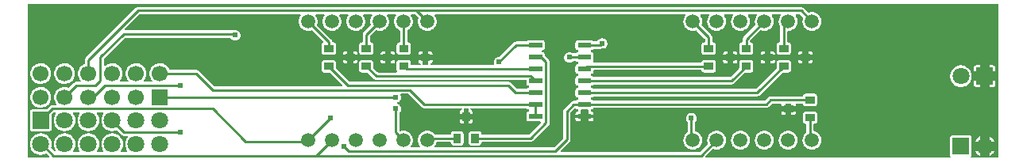
<source format=gbl>
G04 Layer: BottomLayer*
G04 EasyEDA v6.5.9, 2023-12-18 21:36:12*
G04 Gerber Generator version 0.2*
G04 Scale: 100 percent, Rotated: No, Reflected: No *
G04 Dimensions in millimeters *
G04 leading zeros omitted , absolute positions ,4 integer and 5 decimal *
%FSLAX45Y45*%
%MOMM*%

%ADD10C,0.2540*%
%ADD11C,1.8000*%
%ADD12C,1.7000*%
%ADD13C,1.5000*%
%ADD14C,0.6096*%
%ADD15C,0.0116*%

%LPD*%
G36*
X886053Y3675887D02*
G01*
X882192Y3676650D01*
X878890Y3678885D01*
X876655Y3682187D01*
X875893Y3686048D01*
X875893Y5313934D01*
X876655Y5317794D01*
X878890Y5321096D01*
X882192Y5323332D01*
X886053Y5324094D01*
X11213896Y5324094D01*
X11217808Y5323332D01*
X11221110Y5321096D01*
X11223294Y5317794D01*
X11224056Y5313934D01*
X11224056Y3686048D01*
X11223294Y3682187D01*
X11221110Y3678885D01*
X11217808Y3676650D01*
X11213896Y3675887D01*
X11130889Y3675887D01*
X11126571Y3676853D01*
X11124641Y3678377D01*
X11122050Y3676650D01*
X11118189Y3675887D01*
X11035792Y3675887D01*
X11031880Y3676650D01*
X11029340Y3678377D01*
X11027359Y3676853D01*
X11023041Y3675887D01*
X10939729Y3675887D01*
X10935868Y3676650D01*
X10932566Y3678885D01*
X10930331Y3682187D01*
X10929569Y3686048D01*
X10930331Y3689959D01*
X10933176Y3693871D01*
X10936274Y3698798D01*
X10938154Y3704234D01*
X10938865Y3710584D01*
X10938865Y3889400D01*
X10938154Y3895750D01*
X10936274Y3901186D01*
X10933176Y3906113D01*
X10929112Y3910177D01*
X10924184Y3913276D01*
X10918748Y3915206D01*
X10912398Y3915918D01*
X10733532Y3915918D01*
X10727232Y3915206D01*
X10721746Y3913276D01*
X10716869Y3910177D01*
X10712754Y3906113D01*
X10709706Y3901186D01*
X10707776Y3895750D01*
X10707065Y3889400D01*
X10707065Y3710584D01*
X10707776Y3704234D01*
X10709706Y3698798D01*
X10715599Y3689959D01*
X10716361Y3686048D01*
X10715599Y3682187D01*
X10713415Y3678885D01*
X10710113Y3676650D01*
X10706201Y3675887D01*
X8109051Y3675887D01*
X8105140Y3676650D01*
X8101838Y3678885D01*
X8099653Y3682187D01*
X8098891Y3686048D01*
X8099653Y3689959D01*
X8101838Y3693261D01*
X8175853Y3767277D01*
X8179104Y3769410D01*
X8182864Y3770223D01*
X8186674Y3769563D01*
X8189112Y3768648D01*
X8202218Y3765499D01*
X8215630Y3764178D01*
X8229092Y3764635D01*
X8242350Y3766870D01*
X8255253Y3770833D01*
X8267446Y3776522D01*
X8278825Y3783787D01*
X8289137Y3792474D01*
X8298180Y3802481D01*
X8305800Y3813556D01*
X8311845Y3825595D01*
X8316264Y3838346D01*
X8318957Y3851554D01*
X8319871Y3864965D01*
X8318957Y3878427D01*
X8316264Y3891635D01*
X8311845Y3904386D01*
X8305800Y3916426D01*
X8298180Y3927500D01*
X8289137Y3937508D01*
X8278825Y3946194D01*
X8267446Y3953459D01*
X8255253Y3959148D01*
X8242350Y3963111D01*
X8229092Y3965346D01*
X8215630Y3965803D01*
X8202218Y3964482D01*
X8189112Y3961333D01*
X8176514Y3956507D01*
X8164677Y3950004D01*
X8153857Y3942029D01*
X8144154Y3932682D01*
X8135823Y3922064D01*
X8128965Y3910482D01*
X8123681Y3898087D01*
X8120125Y3885082D01*
X8118348Y3871722D01*
X8118348Y3858260D01*
X8120125Y3844899D01*
X8123783Y3831590D01*
X8124088Y3828084D01*
X8123174Y3824630D01*
X8121142Y3821734D01*
X8040979Y3741572D01*
X8037677Y3739387D01*
X8033816Y3738575D01*
X6567728Y3738575D01*
X6563817Y3739387D01*
X6560515Y3741572D01*
X6558330Y3744874D01*
X6557568Y3748735D01*
X6558330Y3752646D01*
X6560515Y3755948D01*
X6648450Y3843832D01*
X6653580Y3850081D01*
X6657136Y3856736D01*
X6659321Y3864000D01*
X6660134Y3872026D01*
X6660134Y4151325D01*
X6660896Y4155186D01*
X6663080Y4158487D01*
X6705955Y4201363D01*
X6709257Y4203547D01*
X6713118Y4204309D01*
X6717030Y4203547D01*
X6720331Y4201363D01*
X6723888Y4197807D01*
X6728764Y4194708D01*
X6734251Y4192778D01*
X6736080Y4192574D01*
X6740093Y4191254D01*
X6743192Y4188460D01*
X6744868Y4184599D01*
X6744868Y4180382D01*
X6743192Y4176522D01*
X6740093Y4173728D01*
X6736080Y4172407D01*
X6734251Y4172204D01*
X6728764Y4170273D01*
X6723888Y4167174D01*
X6719773Y4163110D01*
X6716725Y4158183D01*
X6714794Y4152747D01*
X6714083Y4146397D01*
X6714083Y4139336D01*
X6769404Y4139336D01*
X6769404Y4181906D01*
X6770166Y4185818D01*
X6772351Y4189120D01*
X6775653Y4191304D01*
X6779564Y4192066D01*
X6843420Y4192066D01*
X6847331Y4191304D01*
X6850634Y4189120D01*
X6852818Y4185818D01*
X6853580Y4181906D01*
X6853580Y4139336D01*
X6908901Y4139336D01*
X6908901Y4146397D01*
X6908190Y4152747D01*
X6906259Y4158183D01*
X6903212Y4163110D01*
X6899097Y4167174D01*
X6894220Y4170273D01*
X6888734Y4172204D01*
X6886905Y4172407D01*
X6882892Y4173728D01*
X6879793Y4176522D01*
X6878066Y4180382D01*
X6878066Y4184599D01*
X6879793Y4188460D01*
X6882892Y4191254D01*
X6886905Y4192574D01*
X6888734Y4192778D01*
X6894220Y4194708D01*
X6899097Y4197807D01*
X6903212Y4201871D01*
X6906158Y4206646D01*
X6908444Y4209186D01*
X6911441Y4210812D01*
X6914794Y4211370D01*
X8749487Y4211370D01*
X8757513Y4212183D01*
X8764727Y4214368D01*
X8771382Y4217924D01*
X8777630Y4223054D01*
X8808008Y4253382D01*
X8811310Y4255617D01*
X8815171Y4256379D01*
X8899601Y4256379D01*
X8903766Y4255465D01*
X8907170Y4252976D01*
X8909304Y4249318D01*
X8909710Y4245102D01*
X8909100Y4239412D01*
X8909100Y4226356D01*
X8953652Y4226356D01*
X8953652Y4246219D01*
X8954414Y4250080D01*
X8956598Y4253382D01*
X8959900Y4255617D01*
X8963812Y4256379D01*
X9006179Y4256379D01*
X9010040Y4255617D01*
X9013342Y4253382D01*
X9015577Y4250080D01*
X9016339Y4246219D01*
X9016339Y4226356D01*
X9060891Y4226356D01*
X9060891Y4239412D01*
X9060281Y4245102D01*
X9060688Y4249318D01*
X9062770Y4252976D01*
X9066225Y4255465D01*
X9070340Y4256379D01*
X9130080Y4256379D01*
X9134144Y4255516D01*
X9137548Y4253128D01*
X9139682Y4249572D01*
X9141714Y4243781D01*
X9144762Y4238904D01*
X9148876Y4234789D01*
X9153753Y4231741D01*
X9159240Y4229811D01*
X9165539Y4229100D01*
X9264396Y4229100D01*
X9270746Y4229811D01*
X9276181Y4231741D01*
X9281109Y4234789D01*
X9285173Y4238904D01*
X9288272Y4243781D01*
X9290202Y4249267D01*
X9290913Y4255566D01*
X9290913Y4334408D01*
X9290202Y4340758D01*
X9288272Y4346194D01*
X9285173Y4351121D01*
X9281109Y4355185D01*
X9276181Y4358284D01*
X9270746Y4360214D01*
X9264396Y4360926D01*
X9165539Y4360926D01*
X9159240Y4360214D01*
X9153753Y4358284D01*
X9148876Y4355185D01*
X9144762Y4351121D01*
X9141714Y4346194D01*
X9139682Y4340402D01*
X9137497Y4336846D01*
X9134144Y4334459D01*
X9130080Y4333595D01*
X8795461Y4333595D01*
X8787434Y4332782D01*
X8780221Y4330598D01*
X8773566Y4327042D01*
X8767318Y4321911D01*
X8736990Y4291584D01*
X8733688Y4289348D01*
X8729776Y4288586D01*
X6908901Y4288586D01*
X6904990Y4289348D01*
X6901738Y4291584D01*
X6899097Y4294174D01*
X6894220Y4297273D01*
X6888734Y4299204D01*
X6886905Y4299407D01*
X6882892Y4300728D01*
X6879793Y4303522D01*
X6878066Y4307382D01*
X6878066Y4311599D01*
X6879793Y4315460D01*
X6882892Y4318254D01*
X6886905Y4319574D01*
X6888734Y4319778D01*
X6894220Y4321708D01*
X6899097Y4324807D01*
X6905955Y4332173D01*
X6908901Y4333849D01*
X6912254Y4334408D01*
X8652510Y4334408D01*
X8660536Y4335170D01*
X8667750Y4337354D01*
X8674404Y4340961D01*
X8680653Y4346041D01*
X8920683Y4586071D01*
X8923985Y4588306D01*
X8927846Y4589068D01*
X8984386Y4589068D01*
X8990736Y4589780D01*
X8996172Y4591710D01*
X9001099Y4594758D01*
X9005163Y4598873D01*
X9008262Y4603750D01*
X9010192Y4609236D01*
X9010904Y4615535D01*
X9010904Y4694428D01*
X9010192Y4700727D01*
X9008262Y4706213D01*
X9005163Y4711090D01*
X9001099Y4715205D01*
X8996172Y4718253D01*
X8990736Y4720183D01*
X8984386Y4720894D01*
X8885529Y4720894D01*
X8879230Y4720183D01*
X8873744Y4718253D01*
X8868867Y4715205D01*
X8864752Y4711090D01*
X8861704Y4706213D01*
X8859418Y4700473D01*
X8859570Y4698949D01*
X8859062Y4694428D01*
X8859062Y4637887D01*
X8858300Y4634026D01*
X8856116Y4630724D01*
X8639962Y4414570D01*
X8636660Y4412386D01*
X8632799Y4411624D01*
X6912254Y4411624D01*
X6908901Y4412183D01*
X6905904Y4413808D01*
X6903212Y4417110D01*
X6899097Y4421174D01*
X6894220Y4424273D01*
X6888734Y4426204D01*
X6886905Y4426407D01*
X6882892Y4427728D01*
X6879793Y4430522D01*
X6878066Y4434382D01*
X6878066Y4438599D01*
X6879793Y4442460D01*
X6882892Y4445254D01*
X6886905Y4446574D01*
X6888734Y4446778D01*
X6894220Y4448708D01*
X6899097Y4451807D01*
X6905955Y4459173D01*
X6908901Y4460849D01*
X6912254Y4461408D01*
X8379510Y4461408D01*
X8387537Y4462170D01*
X8394750Y4464354D01*
X8401405Y4467961D01*
X8407654Y4473041D01*
X8520684Y4586071D01*
X8523986Y4588306D01*
X8527846Y4589068D01*
X8584387Y4589068D01*
X8590737Y4589780D01*
X8596172Y4591710D01*
X8601100Y4594758D01*
X8605164Y4598873D01*
X8608263Y4603750D01*
X8610193Y4609236D01*
X8610904Y4615535D01*
X8610904Y4694428D01*
X8610193Y4700727D01*
X8608263Y4706213D01*
X8605164Y4711090D01*
X8601100Y4715205D01*
X8596172Y4718253D01*
X8590737Y4720183D01*
X8584387Y4720894D01*
X8485530Y4720894D01*
X8479231Y4720183D01*
X8473744Y4718253D01*
X8468868Y4715205D01*
X8464753Y4711090D01*
X8461705Y4706213D01*
X8459419Y4700473D01*
X8459571Y4698949D01*
X8459063Y4694428D01*
X8459063Y4637887D01*
X8458301Y4634026D01*
X8456117Y4630724D01*
X8366963Y4541570D01*
X8363661Y4539386D01*
X8359800Y4538624D01*
X6912254Y4538624D01*
X6908901Y4539183D01*
X6905904Y4540808D01*
X6903212Y4544110D01*
X6899097Y4548174D01*
X6894220Y4551273D01*
X6888734Y4553204D01*
X6886905Y4553407D01*
X6882892Y4554728D01*
X6879793Y4557522D01*
X6878066Y4561382D01*
X6878066Y4565599D01*
X6879793Y4569460D01*
X6882892Y4572254D01*
X6886905Y4573574D01*
X6888734Y4573778D01*
X6894220Y4575708D01*
X6899097Y4578807D01*
X6903212Y4582871D01*
X6906259Y4587798D01*
X6908190Y4593234D01*
X6908901Y4599584D01*
X6908901Y4606239D01*
X6909663Y4610100D01*
X6911848Y4613402D01*
X6915150Y4615637D01*
X6919061Y4616399D01*
X8050072Y4616399D01*
X8054136Y4615535D01*
X8057540Y4613148D01*
X8059674Y4609592D01*
X8061706Y4603750D01*
X8064753Y4598873D01*
X8068868Y4594758D01*
X8073745Y4591710D01*
X8079231Y4589780D01*
X8085531Y4589068D01*
X8184388Y4589068D01*
X8190738Y4589780D01*
X8196173Y4591710D01*
X8201101Y4594758D01*
X8205165Y4598873D01*
X8208264Y4603750D01*
X8210194Y4609236D01*
X8210905Y4615535D01*
X8210905Y4694428D01*
X8210194Y4700727D01*
X8208264Y4706213D01*
X8205165Y4711090D01*
X8201101Y4715205D01*
X8196173Y4718253D01*
X8190738Y4720183D01*
X8184388Y4720894D01*
X8085531Y4720894D01*
X8079231Y4720183D01*
X8073745Y4718253D01*
X8068868Y4715205D01*
X8064753Y4711090D01*
X8061706Y4706213D01*
X8059674Y4700422D01*
X8057540Y4696866D01*
X8054136Y4694478D01*
X8050072Y4693615D01*
X6911340Y4693615D01*
X6907123Y4694529D01*
X6903720Y4697069D01*
X6901637Y4700828D01*
X6901281Y4705146D01*
X6902754Y4709160D01*
X6906259Y4714798D01*
X6908190Y4720234D01*
X6908901Y4726584D01*
X6908901Y4781397D01*
X6908190Y4787747D01*
X6906259Y4793183D01*
X6903212Y4798110D01*
X6899097Y4802174D01*
X6894220Y4805273D01*
X6888734Y4807204D01*
X6886905Y4807407D01*
X6882892Y4808728D01*
X6879793Y4811522D01*
X6878066Y4815382D01*
X6878066Y4819599D01*
X6879793Y4823460D01*
X6882892Y4826254D01*
X6886905Y4827574D01*
X6888734Y4827778D01*
X6894220Y4829708D01*
X6899097Y4832807D01*
X6905955Y4840173D01*
X6908901Y4841849D01*
X6912254Y4842408D01*
X6980478Y4842408D01*
X6988505Y4843170D01*
X6990384Y4843729D01*
X6994194Y4844135D01*
X6999986Y4843627D01*
X7009790Y4844491D01*
X7019239Y4847031D01*
X7028180Y4851196D01*
X7036206Y4856835D01*
X7043166Y4863744D01*
X7048804Y4871821D01*
X7052919Y4880711D01*
X7055459Y4890211D01*
X7056323Y4899964D01*
X7055459Y4909769D01*
X7052919Y4919268D01*
X7048804Y4928158D01*
X7043166Y4936236D01*
X7036206Y4943144D01*
X7028180Y4948783D01*
X7019239Y4952949D01*
X7009790Y4955489D01*
X6999986Y4956352D01*
X6990181Y4955489D01*
X6980732Y4952949D01*
X6971792Y4948783D01*
X6963765Y4943144D01*
X6956806Y4936236D01*
X6951167Y4928158D01*
X6949948Y4925466D01*
X6947712Y4922367D01*
X6944461Y4920335D01*
X6940702Y4919624D01*
X6912254Y4919624D01*
X6908901Y4920183D01*
X6905904Y4921808D01*
X6903212Y4925110D01*
X6899097Y4929174D01*
X6894220Y4932273D01*
X6888734Y4934204D01*
X6882434Y4934915D01*
X6740550Y4934915D01*
X6734251Y4934204D01*
X6728764Y4932273D01*
X6723888Y4929174D01*
X6719773Y4925110D01*
X6716725Y4920183D01*
X6714794Y4914747D01*
X6714083Y4908397D01*
X6714083Y4853584D01*
X6714794Y4847234D01*
X6716725Y4841798D01*
X6719773Y4836871D01*
X6723888Y4832807D01*
X6728764Y4829708D01*
X6734251Y4827778D01*
X6736080Y4827574D01*
X6740093Y4826254D01*
X6743192Y4823460D01*
X6744868Y4819599D01*
X6744868Y4815382D01*
X6743192Y4811522D01*
X6740093Y4808728D01*
X6736080Y4807407D01*
X6734251Y4807204D01*
X6728764Y4805273D01*
X6723888Y4802174D01*
X6717030Y4794808D01*
X6714083Y4793183D01*
X6710730Y4792624D01*
X6690207Y4792624D01*
X6687108Y4793081D01*
X6684365Y4794453D01*
X6678168Y4798771D01*
X6669278Y4802936D01*
X6659778Y4805476D01*
X6649974Y4806340D01*
X6640220Y4805476D01*
X6630720Y4802936D01*
X6621830Y4798771D01*
X6613753Y4793132D01*
X6606844Y4786223D01*
X6601206Y4778146D01*
X6597040Y4769256D01*
X6594500Y4759756D01*
X6593636Y4750003D01*
X6594500Y4740198D01*
X6597040Y4730699D01*
X6601206Y4721809D01*
X6606844Y4713782D01*
X6613753Y4706823D01*
X6621830Y4701184D01*
X6630720Y4697018D01*
X6640220Y4694478D01*
X6649974Y4693666D01*
X6659778Y4694478D01*
X6669278Y4697018D01*
X6678168Y4701184D01*
X6686194Y4706823D01*
X6691782Y4712411D01*
X6695084Y4714646D01*
X6698996Y4715408D01*
X6710680Y4715408D01*
X6714032Y4714849D01*
X6717030Y4713173D01*
X6719773Y4709871D01*
X6723888Y4705807D01*
X6728764Y4702708D01*
X6734251Y4700778D01*
X6736080Y4700574D01*
X6740093Y4699254D01*
X6743192Y4696460D01*
X6744868Y4692599D01*
X6744868Y4688382D01*
X6743192Y4684522D01*
X6740093Y4681728D01*
X6736080Y4680407D01*
X6734251Y4680204D01*
X6728764Y4678273D01*
X6723888Y4675174D01*
X6719773Y4671110D01*
X6716725Y4666183D01*
X6714794Y4660747D01*
X6714083Y4654397D01*
X6714083Y4599584D01*
X6714794Y4593234D01*
X6716725Y4587798D01*
X6719773Y4582871D01*
X6723888Y4578807D01*
X6728764Y4575708D01*
X6734251Y4573778D01*
X6736080Y4573574D01*
X6740093Y4572254D01*
X6743192Y4569460D01*
X6744868Y4565599D01*
X6744868Y4561382D01*
X6743192Y4557522D01*
X6740093Y4554728D01*
X6736080Y4553407D01*
X6734251Y4553204D01*
X6728764Y4551273D01*
X6723888Y4548174D01*
X6719773Y4544110D01*
X6716725Y4539183D01*
X6714794Y4533747D01*
X6714083Y4527397D01*
X6714083Y4472584D01*
X6714794Y4466234D01*
X6716725Y4460798D01*
X6719773Y4455871D01*
X6723888Y4451807D01*
X6728764Y4448708D01*
X6734251Y4446778D01*
X6736080Y4446574D01*
X6740093Y4445254D01*
X6743192Y4442460D01*
X6744868Y4438599D01*
X6744868Y4434382D01*
X6743192Y4430522D01*
X6740093Y4427728D01*
X6736080Y4426407D01*
X6734251Y4426204D01*
X6728764Y4424273D01*
X6723888Y4421174D01*
X6719773Y4417110D01*
X6716725Y4412183D01*
X6714794Y4406747D01*
X6714083Y4400397D01*
X6714083Y4345584D01*
X6714794Y4339234D01*
X6716725Y4333798D01*
X6719773Y4328871D01*
X6723888Y4324807D01*
X6728764Y4321708D01*
X6734251Y4319778D01*
X6736080Y4319574D01*
X6740093Y4318254D01*
X6743192Y4315460D01*
X6744868Y4311599D01*
X6744868Y4307382D01*
X6743192Y4303522D01*
X6740093Y4300728D01*
X6736080Y4299407D01*
X6734251Y4299204D01*
X6728764Y4297273D01*
X6723888Y4294174D01*
X6717030Y4286808D01*
X6714083Y4285183D01*
X6710730Y4284624D01*
X6696506Y4284624D01*
X6688480Y4283811D01*
X6681266Y4281627D01*
X6674561Y4278071D01*
X6668363Y4272940D01*
X6594551Y4199178D01*
X6589420Y4192930D01*
X6585864Y4186275D01*
X6583680Y4179011D01*
X6582918Y4170984D01*
X6582918Y3891686D01*
X6582105Y3887825D01*
X6579920Y3884523D01*
X6486956Y3791559D01*
X6483654Y3789375D01*
X6479794Y3788613D01*
X5223916Y3788613D01*
X5219649Y3789527D01*
X5216194Y3792169D01*
X5214162Y3796080D01*
X5213908Y3800449D01*
X5215585Y3804513D01*
X5221782Y3813556D01*
X5227878Y3825595D01*
X5232603Y3839514D01*
X5234736Y3843121D01*
X5238140Y3845560D01*
X5242255Y3846372D01*
X5378907Y3846372D01*
X5382564Y3845712D01*
X5385765Y3843782D01*
X5388000Y3840784D01*
X5389016Y3837228D01*
X5389829Y3829151D01*
X5391708Y3823766D01*
X5394807Y3818890D01*
X5398871Y3814775D01*
X5403799Y3811727D01*
X5409234Y3809796D01*
X5415534Y3809085D01*
X5494426Y3809085D01*
X5500725Y3809796D01*
X5506212Y3811727D01*
X5511088Y3814775D01*
X5515203Y3818890D01*
X5518251Y3823766D01*
X5520182Y3829253D01*
X5520893Y3835552D01*
X5520893Y3934409D01*
X5520182Y3940759D01*
X5518251Y3946194D01*
X5515203Y3951122D01*
X5511088Y3955186D01*
X5506212Y3958285D01*
X5500725Y3960164D01*
X5494426Y3960876D01*
X5415534Y3960876D01*
X5409234Y3960164D01*
X5403799Y3958285D01*
X5398871Y3955186D01*
X5394807Y3951122D01*
X5391708Y3946194D01*
X5389829Y3940810D01*
X5389016Y3932783D01*
X5388000Y3929227D01*
X5385765Y3926230D01*
X5382564Y3924300D01*
X5378907Y3923588D01*
X5222189Y3923588D01*
X5218074Y3924503D01*
X5214670Y3926941D01*
X5205120Y3937508D01*
X5194858Y3946194D01*
X5183479Y3953459D01*
X5171236Y3959148D01*
X5158384Y3963111D01*
X5145074Y3965346D01*
X5131612Y3965803D01*
X5118201Y3964482D01*
X5105095Y3961333D01*
X5092547Y3956507D01*
X5080711Y3950004D01*
X5069840Y3942029D01*
X5060188Y3932682D01*
X5051806Y3922064D01*
X5044948Y3910482D01*
X5039664Y3898087D01*
X5036108Y3885082D01*
X5034330Y3871722D01*
X5034330Y3858260D01*
X5036108Y3844899D01*
X5039664Y3831894D01*
X5044948Y3819499D01*
X5051806Y3807917D01*
X5054041Y3805072D01*
X5056022Y3800957D01*
X5055971Y3796487D01*
X5054041Y3792423D01*
X5050485Y3789578D01*
X5046065Y3788613D01*
X4969916Y3788613D01*
X4965649Y3789527D01*
X4962194Y3792220D01*
X4960162Y3796080D01*
X4959908Y3800449D01*
X4961585Y3804513D01*
X4967782Y3813556D01*
X4973878Y3825595D01*
X4978298Y3838346D01*
X4980990Y3851554D01*
X4981854Y3864965D01*
X4980990Y3878427D01*
X4978298Y3891635D01*
X4973878Y3904386D01*
X4967782Y3916426D01*
X4960162Y3927500D01*
X4951120Y3937508D01*
X4940858Y3946194D01*
X4929479Y3953459D01*
X4917236Y3959148D01*
X4904384Y3963111D01*
X4891074Y3965346D01*
X4877612Y3965803D01*
X4864201Y3964482D01*
X4851095Y3961333D01*
X4847488Y3961129D01*
X4843983Y3962247D01*
X4841138Y3964533D01*
X4839258Y3967632D01*
X4838598Y3971239D01*
X4838598Y4154982D01*
X4839360Y4158894D01*
X4841595Y4162196D01*
X4843170Y4163771D01*
X4848809Y4171797D01*
X4852924Y4180738D01*
X4855464Y4190187D01*
X4856327Y4199991D01*
X4855464Y4209796D01*
X4852924Y4219244D01*
X4848809Y4228185D01*
X4843170Y4236212D01*
X4836210Y4243171D01*
X4828184Y4248810D01*
X4820666Y4252264D01*
X4817567Y4254500D01*
X4815535Y4257751D01*
X4814824Y4261510D01*
X4815535Y4265218D01*
X4817567Y4268470D01*
X4820666Y4270705D01*
X4828184Y4274210D01*
X4836210Y4279849D01*
X4843170Y4286758D01*
X4848809Y4294835D01*
X4852924Y4303725D01*
X4855464Y4313224D01*
X4856327Y4322978D01*
X4855464Y4332782D01*
X4852924Y4342282D01*
X4850739Y4346956D01*
X4849774Y4350918D01*
X4850485Y4354931D01*
X4852619Y4358335D01*
X4855972Y4360621D01*
X4859934Y4361434D01*
X4929733Y4361434D01*
X4933645Y4360672D01*
X4936947Y4358436D01*
X5076240Y4219194D01*
X5082438Y4214063D01*
X5089144Y4210507D01*
X5096357Y4208322D01*
X5104384Y4207510D01*
X5494121Y4207510D01*
X5498338Y4206595D01*
X5501843Y4203954D01*
X5503875Y4200144D01*
X5504180Y4195826D01*
X5502605Y4191762D01*
X5499557Y4188764D01*
X5493867Y4185208D01*
X5489803Y4181094D01*
X5486704Y4176217D01*
X5484774Y4170730D01*
X5484063Y4164431D01*
X5484063Y4146346D01*
X5523636Y4146346D01*
X5523636Y4197350D01*
X5524398Y4201261D01*
X5526633Y4204512D01*
X5529935Y4206748D01*
X5533796Y4207510D01*
X5566156Y4207510D01*
X5570067Y4206748D01*
X5573369Y4204512D01*
X5575554Y4201261D01*
X5576316Y4197350D01*
X5576316Y4146346D01*
X5615889Y4146346D01*
X5615889Y4164431D01*
X5615178Y4170730D01*
X5613298Y4176217D01*
X5610199Y4181094D01*
X5606084Y4185208D01*
X5600446Y4188764D01*
X5597347Y4191762D01*
X5595823Y4195826D01*
X5596077Y4200144D01*
X5598160Y4203954D01*
X5601614Y4206595D01*
X5605830Y4207510D01*
X6187643Y4207510D01*
X6190996Y4206951D01*
X6193942Y4205274D01*
X6196787Y4201871D01*
X6200851Y4197807D01*
X6205778Y4194708D01*
X6211214Y4192778D01*
X6213094Y4192574D01*
X6217056Y4191254D01*
X6220206Y4188460D01*
X6221882Y4184599D01*
X6221882Y4180382D01*
X6220206Y4176522D01*
X6217056Y4173728D01*
X6213094Y4172407D01*
X6211214Y4172204D01*
X6205778Y4170273D01*
X6200851Y4167174D01*
X6196787Y4163110D01*
X6193688Y4158183D01*
X6191808Y4152747D01*
X6191097Y4146397D01*
X6191097Y4091584D01*
X6191808Y4085234D01*
X6193688Y4079798D01*
X6196787Y4074871D01*
X6200851Y4070807D01*
X6205778Y4067708D01*
X6211214Y4065778D01*
X6217564Y4065066D01*
X6335928Y4065066D01*
X6339840Y4064304D01*
X6343142Y4062120D01*
X6345326Y4058818D01*
X6346088Y4054906D01*
X6345326Y4051046D01*
X6343142Y4047744D01*
X6221984Y3926586D01*
X6218682Y3924401D01*
X6214770Y3923588D01*
X5721045Y3923588D01*
X5717387Y3924300D01*
X5714238Y3926230D01*
X5712002Y3929176D01*
X5710936Y3932783D01*
X5710174Y3940810D01*
X5708294Y3946194D01*
X5705195Y3951122D01*
X5701131Y3955186D01*
X5696204Y3958285D01*
X5690768Y3960164D01*
X5684418Y3960876D01*
X5605576Y3960876D01*
X5599226Y3960164D01*
X5593791Y3958285D01*
X5588863Y3955186D01*
X5584799Y3951122D01*
X5581700Y3946194D01*
X5579821Y3940759D01*
X5579110Y3934409D01*
X5579110Y3835552D01*
X5579821Y3829253D01*
X5581700Y3823766D01*
X5584799Y3818890D01*
X5588863Y3814775D01*
X5593791Y3811727D01*
X5599226Y3809796D01*
X5605576Y3809085D01*
X5684418Y3809085D01*
X5690768Y3809796D01*
X5696204Y3811727D01*
X5701131Y3814775D01*
X5705195Y3818890D01*
X5708294Y3823766D01*
X5710174Y3829151D01*
X5710936Y3837228D01*
X5712002Y3840784D01*
X5714238Y3843731D01*
X5717387Y3845712D01*
X5721045Y3846372D01*
X6234480Y3846372D01*
X6242507Y3847185D01*
X6249771Y3849370D01*
X6256426Y3852926D01*
X6262624Y3858056D01*
X6426911Y4022344D01*
X6432042Y4028592D01*
X6435598Y4035247D01*
X6437782Y4042460D01*
X6438595Y4050487D01*
X6438595Y4699508D01*
X6437782Y4707534D01*
X6435598Y4714748D01*
X6432042Y4721402D01*
X6426911Y4727651D01*
X6388862Y4765700D01*
X6386677Y4769002D01*
X6385915Y4772914D01*
X6385915Y4781397D01*
X6385204Y4787747D01*
X6383274Y4793183D01*
X6380175Y4798110D01*
X6376111Y4802174D01*
X6371183Y4805273D01*
X6365748Y4807204D01*
X6363868Y4807407D01*
X6359906Y4808728D01*
X6356807Y4811522D01*
X6355080Y4815382D01*
X6355080Y4819599D01*
X6356807Y4823460D01*
X6359906Y4826254D01*
X6363868Y4827574D01*
X6365748Y4827778D01*
X6371183Y4829708D01*
X6376111Y4832807D01*
X6380175Y4836871D01*
X6383274Y4841798D01*
X6385204Y4847234D01*
X6385915Y4853584D01*
X6385915Y4908397D01*
X6385204Y4914747D01*
X6383274Y4920183D01*
X6380175Y4925110D01*
X6376111Y4929174D01*
X6371183Y4932273D01*
X6365748Y4934204D01*
X6359398Y4934915D01*
X6217564Y4934915D01*
X6211214Y4934204D01*
X6205778Y4932273D01*
X6200851Y4929174D01*
X6194044Y4921808D01*
X6191046Y4920183D01*
X6187694Y4919624D01*
X6081522Y4919624D01*
X6073495Y4918811D01*
X6066231Y4916627D01*
X6059576Y4913071D01*
X6053328Y4907940D01*
X5904534Y4759147D01*
X5901639Y4757115D01*
X5898235Y4756200D01*
X5890209Y4755489D01*
X5880709Y4752949D01*
X5871819Y4748784D01*
X5863742Y4743145D01*
X5856833Y4736236D01*
X5851194Y4728159D01*
X5847029Y4719269D01*
X5844489Y4709769D01*
X5843625Y4699965D01*
X5844489Y4690211D01*
X5848299Y4676140D01*
X5847638Y4672126D01*
X5845454Y4668723D01*
X5842101Y4666437D01*
X5838139Y4665624D01*
X5175707Y4665624D01*
X5171744Y4666437D01*
X5168392Y4668723D01*
X5166258Y4672126D01*
X5165547Y4676089D01*
X5166512Y4680051D01*
X5168900Y4683302D01*
X5172354Y4685385D01*
X5176215Y4686706D01*
X5181092Y4689805D01*
X5185206Y4693869D01*
X5188254Y4698796D01*
X5190185Y4704232D01*
X5190896Y4710582D01*
X5190896Y4723638D01*
X5146344Y4723638D01*
X5146344Y4675784D01*
X5145582Y4671872D01*
X5143347Y4668570D01*
X5140045Y4666386D01*
X5136184Y4665624D01*
X5093817Y4665624D01*
X5089906Y4666386D01*
X5086604Y4668570D01*
X5084419Y4671872D01*
X5083657Y4675784D01*
X5083657Y4723638D01*
X5039055Y4723638D01*
X5039055Y4710582D01*
X5039766Y4704232D01*
X5041696Y4698796D01*
X5044795Y4693869D01*
X5048859Y4689805D01*
X5053787Y4686706D01*
X5057597Y4685385D01*
X5061102Y4683302D01*
X5063490Y4680051D01*
X5064404Y4676089D01*
X5063744Y4672126D01*
X5061559Y4668723D01*
X5058206Y4666437D01*
X5054244Y4665624D01*
X4971034Y4665624D01*
X4967173Y4666386D01*
X4963871Y4668570D01*
X4961686Y4671872D01*
X4960874Y4675784D01*
X4960874Y4694428D01*
X4960162Y4700727D01*
X4958283Y4706213D01*
X4955184Y4711090D01*
X4951120Y4715205D01*
X4946192Y4718253D01*
X4940757Y4720183D01*
X4934407Y4720894D01*
X4835550Y4720894D01*
X4829251Y4720183D01*
X4823764Y4718253D01*
X4818888Y4715205D01*
X4814773Y4711090D01*
X4811725Y4706213D01*
X4809439Y4700473D01*
X4809591Y4698949D01*
X4809083Y4694428D01*
X4809083Y4615535D01*
X4809794Y4609236D01*
X4812995Y4599736D01*
X4812588Y4595520D01*
X4810455Y4591862D01*
X4807051Y4589373D01*
X4802886Y4588510D01*
X4610252Y4588510D01*
X4606340Y4589272D01*
X4603038Y4591507D01*
X4563872Y4630674D01*
X4561687Y4633976D01*
X4560874Y4637836D01*
X4560874Y4694428D01*
X4560163Y4700727D01*
X4558284Y4706213D01*
X4555185Y4711090D01*
X4551121Y4715205D01*
X4546193Y4718253D01*
X4540758Y4720183D01*
X4534408Y4720894D01*
X4435551Y4720894D01*
X4429252Y4720183D01*
X4423765Y4718253D01*
X4418888Y4715205D01*
X4414774Y4711090D01*
X4411726Y4706213D01*
X4409440Y4700473D01*
X4409592Y4698949D01*
X4409084Y4694428D01*
X4409084Y4615535D01*
X4409795Y4609236D01*
X4411726Y4603750D01*
X4414774Y4598873D01*
X4418888Y4594758D01*
X4423765Y4591710D01*
X4429252Y4589780D01*
X4435551Y4589068D01*
X4492040Y4589068D01*
X4495952Y4588306D01*
X4499254Y4586071D01*
X4562398Y4522978D01*
X4568596Y4517847D01*
X4575302Y4514291D01*
X4582515Y4512106D01*
X4590542Y4511294D01*
X6180937Y4511294D01*
X6184798Y4510532D01*
X6188100Y4508296D01*
X6190284Y4505045D01*
X6191097Y4501134D01*
X6191097Y4472584D01*
X6191808Y4466234D01*
X6193688Y4460798D01*
X6196787Y4455871D01*
X6200851Y4451807D01*
X6205778Y4448708D01*
X6211214Y4446778D01*
X6213094Y4446574D01*
X6217056Y4445254D01*
X6220206Y4442460D01*
X6221882Y4438599D01*
X6221882Y4434382D01*
X6220206Y4430522D01*
X6217056Y4427728D01*
X6213094Y4426407D01*
X6211214Y4426204D01*
X6205778Y4424273D01*
X6200851Y4421174D01*
X6194145Y4413961D01*
X6191148Y4412284D01*
X6187795Y4411726D01*
X6097168Y4411726D01*
X6093256Y4412488D01*
X6089954Y4414723D01*
X6027623Y4477004D01*
X6021425Y4482134D01*
X6014720Y4485690D01*
X6007506Y4487875D01*
X5999480Y4488688D01*
X4310278Y4488688D01*
X4306366Y4489450D01*
X4303064Y4491685D01*
X4163872Y4630877D01*
X4161688Y4634179D01*
X4160875Y4638040D01*
X4160875Y4694428D01*
X4160164Y4700727D01*
X4158284Y4706213D01*
X4155186Y4711090D01*
X4151122Y4715205D01*
X4146194Y4718253D01*
X4140758Y4720183D01*
X4134408Y4720894D01*
X4035551Y4720894D01*
X4029252Y4720183D01*
X4023766Y4718253D01*
X4018889Y4715205D01*
X4014774Y4711090D01*
X4011726Y4706213D01*
X4009796Y4700727D01*
X4009085Y4694428D01*
X4009085Y4615535D01*
X4009796Y4609236D01*
X4011726Y4603750D01*
X4014774Y4598873D01*
X4018889Y4594758D01*
X4023766Y4591710D01*
X4029252Y4589780D01*
X4035551Y4589068D01*
X4092244Y4589068D01*
X4096156Y4588306D01*
X4099458Y4586071D01*
X4229557Y4455972D01*
X4231741Y4452721D01*
X4232503Y4448810D01*
X4231741Y4444898D01*
X4229557Y4441647D01*
X4226255Y4439412D01*
X4222343Y4438650D01*
X2870098Y4438650D01*
X2866186Y4439412D01*
X2862935Y4441647D01*
X2700782Y4604004D01*
X2694533Y4609134D01*
X2687878Y4612690D01*
X2680665Y4614875D01*
X2672638Y4615688D01*
X2395575Y4615688D01*
X2391867Y4616399D01*
X2388666Y4618380D01*
X2386431Y4621428D01*
X2381605Y4631436D01*
X2373833Y4643323D01*
X2364638Y4654143D01*
X2354122Y4663694D01*
X2342489Y4671822D01*
X2329891Y4678375D01*
X2316530Y4683302D01*
X2302713Y4686452D01*
X2288540Y4687824D01*
X2274366Y4687366D01*
X2260295Y4685131D01*
X2246680Y4681067D01*
X2233726Y4675327D01*
X2221534Y4667961D01*
X2210460Y4659071D01*
X2200554Y4648860D01*
X2192070Y4637481D01*
X2185111Y4625136D01*
X2179777Y4611928D01*
X2176170Y4598212D01*
X2174341Y4584090D01*
X2174341Y4569917D01*
X2176170Y4555794D01*
X2179777Y4542078D01*
X2185111Y4528870D01*
X2192070Y4516526D01*
X2200757Y4504842D01*
X2202586Y4500778D01*
X2202484Y4496308D01*
X2200503Y4492345D01*
X2196998Y4489602D01*
X2192629Y4488586D01*
X2123033Y4488586D01*
X2119274Y4489297D01*
X2116074Y4491380D01*
X2113838Y4494479D01*
X2112924Y4498238D01*
X2113432Y4501997D01*
X2115312Y4505350D01*
X2119833Y4510684D01*
X2127605Y4522571D01*
X2133752Y4535373D01*
X2138273Y4548886D01*
X2140966Y4562805D01*
X2141880Y4576978D01*
X2140966Y4591202D01*
X2138273Y4605121D01*
X2133752Y4618634D01*
X2127605Y4631436D01*
X2119833Y4643323D01*
X2110638Y4654143D01*
X2100122Y4663694D01*
X2088489Y4671822D01*
X2075891Y4678375D01*
X2062530Y4683302D01*
X2048713Y4686452D01*
X2034539Y4687824D01*
X2020366Y4687366D01*
X2006295Y4685131D01*
X1992680Y4681067D01*
X1979726Y4675327D01*
X1967534Y4667961D01*
X1956460Y4659071D01*
X1946554Y4648860D01*
X1938070Y4637481D01*
X1931111Y4625136D01*
X1925777Y4611928D01*
X1922170Y4598212D01*
X1920341Y4584090D01*
X1920341Y4569917D01*
X1922170Y4555794D01*
X1925777Y4542078D01*
X1931111Y4528870D01*
X1938070Y4516526D01*
X1946757Y4504842D01*
X1948586Y4500778D01*
X1948484Y4496308D01*
X1946503Y4492345D01*
X1942998Y4489602D01*
X1938629Y4488586D01*
X1869033Y4488586D01*
X1865274Y4489297D01*
X1862074Y4491380D01*
X1859838Y4494479D01*
X1858924Y4498238D01*
X1859432Y4501997D01*
X1861312Y4505350D01*
X1865833Y4510684D01*
X1873605Y4522571D01*
X1879752Y4535373D01*
X1884273Y4548886D01*
X1886966Y4562805D01*
X1887880Y4576978D01*
X1886966Y4591202D01*
X1884273Y4605121D01*
X1879752Y4618634D01*
X1873605Y4631436D01*
X1865833Y4643323D01*
X1856638Y4654143D01*
X1846122Y4663694D01*
X1834489Y4671822D01*
X1821891Y4678375D01*
X1808530Y4683302D01*
X1794713Y4686452D01*
X1780539Y4687824D01*
X1766366Y4687366D01*
X1752295Y4685131D01*
X1738680Y4681067D01*
X1725726Y4675327D01*
X1713534Y4667961D01*
X1705102Y4661204D01*
X1701749Y4659426D01*
X1697989Y4659020D01*
X1694332Y4659985D01*
X1691284Y4662220D01*
X1689303Y4665421D01*
X1688592Y4669129D01*
X1688592Y4729835D01*
X1689354Y4733747D01*
X1691589Y4737049D01*
X1912924Y4958384D01*
X1916226Y4960620D01*
X1920138Y4961382D01*
X3031337Y4961382D01*
X3034538Y4960874D01*
X3037433Y4959350D01*
X3039668Y4957064D01*
X3043986Y4950866D01*
X3050946Y4943906D01*
X3058972Y4938318D01*
X3067913Y4934153D01*
X3077362Y4931613D01*
X3087166Y4930749D01*
X3096971Y4931613D01*
X3106420Y4934153D01*
X3115360Y4938318D01*
X3123387Y4943906D01*
X3130346Y4950866D01*
X3135985Y4958943D01*
X3140100Y4967833D01*
X3142640Y4977333D01*
X3143504Y4987086D01*
X3142640Y4996891D01*
X3140100Y5006390D01*
X3135985Y5015280D01*
X3130346Y5023307D01*
X3123387Y5030266D01*
X3115360Y5035905D01*
X3106420Y5040020D01*
X3096971Y5042611D01*
X3087166Y5043424D01*
X3077362Y5042611D01*
X3062528Y5038598D01*
X1917750Y5038598D01*
X1913839Y5039360D01*
X1910537Y5041595D01*
X1908352Y5044846D01*
X1907590Y5048758D01*
X1908352Y5052669D01*
X1910537Y5055920D01*
X2062988Y5208422D01*
X2066289Y5210606D01*
X2070201Y5211368D01*
X3776065Y5211368D01*
X3780485Y5210403D01*
X3784041Y5207558D01*
X3785971Y5203494D01*
X3786022Y5198973D01*
X3784041Y5194909D01*
X3781806Y5192064D01*
X3774948Y5180482D01*
X3769664Y5168087D01*
X3766108Y5155082D01*
X3764330Y5141722D01*
X3764330Y5128260D01*
X3766108Y5114899D01*
X3769664Y5101894D01*
X3774948Y5089499D01*
X3781806Y5077917D01*
X3790187Y5067300D01*
X3799840Y5057952D01*
X3810711Y5049977D01*
X3822547Y5043474D01*
X3835095Y5038648D01*
X3848201Y5035499D01*
X3861612Y5034178D01*
X3875074Y5034635D01*
X3888384Y5036870D01*
X3897884Y5039817D01*
X3901541Y5040223D01*
X3905097Y5039360D01*
X3908094Y5037277D01*
X4022953Y4922418D01*
X4025036Y4919472D01*
X4025900Y4915916D01*
X4025493Y4912309D01*
X4023868Y4909108D01*
X4021175Y4906619D01*
X4018889Y4905197D01*
X4014774Y4901082D01*
X4011726Y4896205D01*
X4009796Y4890719D01*
X4009085Y4884420D01*
X4009085Y4805578D01*
X4009796Y4799228D01*
X4011726Y4793792D01*
X4014774Y4788865D01*
X4018889Y4784801D01*
X4023766Y4781702D01*
X4029252Y4779772D01*
X4035551Y4779060D01*
X4134408Y4779060D01*
X4140758Y4779772D01*
X4146194Y4781702D01*
X4151122Y4784801D01*
X4155186Y4788865D01*
X4158284Y4793792D01*
X4160164Y4799228D01*
X4160875Y4805578D01*
X4160875Y4884420D01*
X4160164Y4890719D01*
X4158284Y4896205D01*
X4155186Y4901082D01*
X4151122Y4905197D01*
X4146194Y4908296D01*
X4140758Y4910175D01*
X4133189Y4910886D01*
X4129532Y4911598D01*
X4126331Y4913528D01*
X4124096Y4916474D01*
X4123080Y4920081D01*
X4122826Y4922520D01*
X4120642Y4929733D01*
X4117035Y4936439D01*
X4111955Y4942636D01*
X3962654Y5091938D01*
X3960520Y5095036D01*
X3959707Y5098694D01*
X3960266Y5102453D01*
X3962298Y5108346D01*
X3964990Y5121554D01*
X3965854Y5134965D01*
X3964990Y5148427D01*
X3962298Y5161635D01*
X3957878Y5174386D01*
X3951782Y5186426D01*
X3945585Y5195468D01*
X3943908Y5199532D01*
X3944162Y5203901D01*
X3946194Y5207762D01*
X3949649Y5210454D01*
X3953967Y5211368D01*
X4030065Y5211368D01*
X4034485Y5210403D01*
X4038041Y5207558D01*
X4039971Y5203494D01*
X4040022Y5198973D01*
X4038041Y5194909D01*
X4035806Y5192064D01*
X4028948Y5180482D01*
X4023664Y5168087D01*
X4020108Y5155082D01*
X4018330Y5141722D01*
X4018330Y5128260D01*
X4020108Y5114899D01*
X4023664Y5101894D01*
X4028948Y5089499D01*
X4035806Y5077917D01*
X4044187Y5067300D01*
X4053840Y5057952D01*
X4064711Y5049977D01*
X4076547Y5043474D01*
X4089095Y5038648D01*
X4102201Y5035499D01*
X4115612Y5034178D01*
X4129074Y5034635D01*
X4142384Y5036870D01*
X4155236Y5040833D01*
X4167479Y5046522D01*
X4178858Y5053787D01*
X4189120Y5062474D01*
X4198162Y5072481D01*
X4205782Y5083556D01*
X4211878Y5095595D01*
X4216298Y5108346D01*
X4218990Y5121554D01*
X4219854Y5134965D01*
X4218990Y5148427D01*
X4216298Y5161635D01*
X4211878Y5174386D01*
X4205782Y5186426D01*
X4199585Y5195468D01*
X4197908Y5199532D01*
X4198162Y5203901D01*
X4200194Y5207762D01*
X4203649Y5210454D01*
X4207967Y5211368D01*
X4284065Y5211368D01*
X4288485Y5210403D01*
X4292041Y5207558D01*
X4293971Y5203494D01*
X4294022Y5198973D01*
X4292041Y5194909D01*
X4289806Y5192064D01*
X4282948Y5180482D01*
X4277664Y5168087D01*
X4274108Y5155082D01*
X4272330Y5141722D01*
X4272330Y5128260D01*
X4274108Y5114899D01*
X4277664Y5101894D01*
X4282948Y5089499D01*
X4289806Y5077917D01*
X4298188Y5067300D01*
X4307840Y5057952D01*
X4318711Y5049977D01*
X4330547Y5043474D01*
X4343095Y5038648D01*
X4356201Y5035499D01*
X4369612Y5034178D01*
X4383074Y5034635D01*
X4396384Y5036870D01*
X4409236Y5040833D01*
X4421479Y5046522D01*
X4432858Y5053787D01*
X4443120Y5062474D01*
X4452162Y5072481D01*
X4459782Y5083556D01*
X4465878Y5095595D01*
X4470298Y5108346D01*
X4472990Y5121554D01*
X4473854Y5134965D01*
X4472990Y5148427D01*
X4470298Y5161635D01*
X4465878Y5174386D01*
X4459782Y5186426D01*
X4453585Y5195468D01*
X4451908Y5199532D01*
X4452162Y5203901D01*
X4454194Y5207762D01*
X4457649Y5210454D01*
X4461967Y5211368D01*
X4538065Y5211368D01*
X4542485Y5210403D01*
X4546041Y5207558D01*
X4547971Y5203494D01*
X4548022Y5198973D01*
X4546041Y5194909D01*
X4543806Y5192064D01*
X4536948Y5180482D01*
X4531664Y5168087D01*
X4528108Y5155082D01*
X4526330Y5141722D01*
X4526330Y5128260D01*
X4528108Y5114899D01*
X4531766Y5101590D01*
X4532071Y5098084D01*
X4531207Y5094630D01*
X4529175Y5091734D01*
X4458055Y5020614D01*
X4452924Y5014417D01*
X4449368Y5007762D01*
X4447184Y5000498D01*
X4446371Y4992471D01*
X4446371Y4921046D01*
X4445711Y4917389D01*
X4443730Y4914239D01*
X4440783Y4912004D01*
X4437227Y4910937D01*
X4429150Y4910175D01*
X4423765Y4908296D01*
X4418888Y4905197D01*
X4414774Y4901082D01*
X4411726Y4896205D01*
X4409795Y4890719D01*
X4409084Y4884420D01*
X4409084Y4805578D01*
X4410049Y4798466D01*
X4411726Y4793792D01*
X4414774Y4788865D01*
X4418888Y4784801D01*
X4423765Y4781702D01*
X4429252Y4779772D01*
X4435551Y4779060D01*
X4534408Y4779060D01*
X4540758Y4779772D01*
X4546193Y4781702D01*
X4551121Y4784801D01*
X4555185Y4788865D01*
X4558284Y4793792D01*
X4560163Y4799228D01*
X4560874Y4805578D01*
X4560874Y4884420D01*
X4560163Y4890719D01*
X4558284Y4896205D01*
X4555185Y4901082D01*
X4551121Y4905197D01*
X4546193Y4908296D01*
X4540808Y4910175D01*
X4532782Y4910937D01*
X4529175Y4912004D01*
X4526229Y4914239D01*
X4524298Y4917389D01*
X4523587Y4921046D01*
X4523587Y4972761D01*
X4524400Y4976672D01*
X4526584Y4979974D01*
X4583887Y5037277D01*
X4587087Y5039410D01*
X4590897Y5040223D01*
X4594707Y5039563D01*
X4597095Y5038648D01*
X4610201Y5035499D01*
X4623612Y5034178D01*
X4637074Y5034635D01*
X4650384Y5036870D01*
X4663236Y5040833D01*
X4675479Y5046522D01*
X4686858Y5053787D01*
X4697120Y5062474D01*
X4706162Y5072481D01*
X4713782Y5083556D01*
X4719878Y5095595D01*
X4724298Y5108346D01*
X4726990Y5121554D01*
X4727854Y5134965D01*
X4726990Y5148427D01*
X4724298Y5161635D01*
X4719878Y5174386D01*
X4713782Y5186426D01*
X4707585Y5195468D01*
X4705908Y5199532D01*
X4706162Y5203901D01*
X4708194Y5207762D01*
X4711649Y5210454D01*
X4715967Y5211368D01*
X4792065Y5211368D01*
X4796485Y5210403D01*
X4800041Y5207558D01*
X4801971Y5203494D01*
X4802022Y5198973D01*
X4800041Y5194909D01*
X4797806Y5192064D01*
X4790948Y5180482D01*
X4785664Y5168087D01*
X4782108Y5155082D01*
X4780330Y5141722D01*
X4780330Y5128260D01*
X4782108Y5114899D01*
X4785664Y5101894D01*
X4790948Y5089499D01*
X4797806Y5077917D01*
X4806188Y5067300D01*
X4815840Y5057952D01*
X4826711Y5049977D01*
X4843272Y5040782D01*
X4845558Y5037429D01*
X4846370Y5033467D01*
X4846370Y4921046D01*
X4845710Y4917389D01*
X4843729Y4914239D01*
X4840782Y4912004D01*
X4837226Y4910937D01*
X4829149Y4910175D01*
X4823764Y4908296D01*
X4818888Y4905197D01*
X4814773Y4901082D01*
X4811725Y4896205D01*
X4809794Y4890719D01*
X4809083Y4884420D01*
X4809083Y4805578D01*
X4810048Y4798466D01*
X4811725Y4793792D01*
X4814773Y4788865D01*
X4818888Y4784801D01*
X4823764Y4781702D01*
X4829251Y4779772D01*
X4835550Y4779060D01*
X4934407Y4779060D01*
X4940757Y4779772D01*
X4946192Y4781702D01*
X4951120Y4784801D01*
X4955184Y4788865D01*
X4958283Y4793792D01*
X4960162Y4799228D01*
X4960874Y4805578D01*
X4960874Y4884420D01*
X4960162Y4890719D01*
X4958283Y4896205D01*
X4955184Y4901082D01*
X4951120Y4905197D01*
X4946192Y4908296D01*
X4940808Y4910175D01*
X4932781Y4910937D01*
X4929174Y4912004D01*
X4926228Y4914239D01*
X4924298Y4917389D01*
X4923586Y4921046D01*
X4923586Y5037328D01*
X4924298Y5041087D01*
X4926380Y5044287D01*
X4929479Y5046522D01*
X4940858Y5053787D01*
X4951120Y5062474D01*
X4960162Y5072481D01*
X4967782Y5083556D01*
X4973878Y5095595D01*
X4978298Y5108346D01*
X4980990Y5121554D01*
X4981854Y5134965D01*
X4980990Y5148427D01*
X4978298Y5161635D01*
X4973878Y5174386D01*
X4967782Y5186426D01*
X4961585Y5195468D01*
X4959908Y5199532D01*
X4960162Y5203901D01*
X4962194Y5207762D01*
X4965649Y5210454D01*
X4969967Y5211368D01*
X4999786Y5211368D01*
X5003698Y5210606D01*
X5007000Y5208422D01*
X5037175Y5178247D01*
X5039207Y5175351D01*
X5040071Y5171897D01*
X5039766Y5168392D01*
X5036108Y5155082D01*
X5034330Y5141722D01*
X5034330Y5128260D01*
X5036108Y5114899D01*
X5039664Y5101894D01*
X5044948Y5089499D01*
X5051806Y5077917D01*
X5060188Y5067300D01*
X5069840Y5057952D01*
X5080711Y5049977D01*
X5092547Y5043474D01*
X5105095Y5038648D01*
X5118201Y5035499D01*
X5131612Y5034178D01*
X5145074Y5034635D01*
X5158384Y5036870D01*
X5171236Y5040833D01*
X5183479Y5046522D01*
X5194858Y5053787D01*
X5205120Y5062474D01*
X5214162Y5072481D01*
X5221782Y5083556D01*
X5227878Y5095595D01*
X5232298Y5108346D01*
X5234990Y5121554D01*
X5235854Y5134965D01*
X5234990Y5148427D01*
X5232298Y5161635D01*
X5227878Y5174386D01*
X5221782Y5186426D01*
X5215585Y5195468D01*
X5213908Y5199532D01*
X5214162Y5203901D01*
X5216194Y5207762D01*
X5219649Y5210454D01*
X5223967Y5211368D01*
X7876082Y5211368D01*
X7880451Y5210403D01*
X7884007Y5207558D01*
X7885988Y5203494D01*
X7885988Y5198973D01*
X7884058Y5194909D01*
X7881823Y5192064D01*
X7874965Y5180482D01*
X7869681Y5168087D01*
X7866125Y5155082D01*
X7864348Y5141722D01*
X7864348Y5128260D01*
X7866125Y5114899D01*
X7869681Y5101894D01*
X7874965Y5089499D01*
X7881823Y5077917D01*
X7890154Y5067300D01*
X7899857Y5057952D01*
X7910677Y5049977D01*
X7922514Y5043474D01*
X7935112Y5038648D01*
X7948218Y5035499D01*
X7961630Y5034178D01*
X7975092Y5034635D01*
X7988350Y5036870D01*
X7997901Y5039817D01*
X8001508Y5040223D01*
X8005064Y5039360D01*
X8008112Y5037277D01*
X8093405Y4951984D01*
X8095589Y4948682D01*
X8096402Y4944821D01*
X8096402Y4921046D01*
X8095691Y4917389D01*
X8093760Y4914239D01*
X8090763Y4912004D01*
X8087207Y4910937D01*
X8079181Y4910175D01*
X8073745Y4908296D01*
X8068868Y4905197D01*
X8064753Y4901082D01*
X8061706Y4896205D01*
X8059775Y4890719D01*
X8059064Y4884420D01*
X8059064Y4805578D01*
X8059775Y4799228D01*
X8061706Y4793792D01*
X8064753Y4788865D01*
X8068868Y4784801D01*
X8073745Y4781702D01*
X8079231Y4779772D01*
X8085531Y4779060D01*
X8184388Y4779060D01*
X8190738Y4779772D01*
X8196173Y4781702D01*
X8201101Y4784801D01*
X8205165Y4788865D01*
X8208264Y4793792D01*
X8210194Y4799228D01*
X8210905Y4805578D01*
X8210905Y4884420D01*
X8210194Y4890719D01*
X8208264Y4896205D01*
X8205165Y4901082D01*
X8201101Y4905197D01*
X8196173Y4908296D01*
X8190788Y4910175D01*
X8182762Y4910937D01*
X8179206Y4912004D01*
X8176209Y4914239D01*
X8174278Y4917389D01*
X8173618Y4921046D01*
X8173618Y4964480D01*
X8172805Y4972507D01*
X8170621Y4979771D01*
X8167065Y4986426D01*
X8161934Y4992624D01*
X8062671Y5091938D01*
X8060537Y5095036D01*
X8059674Y5098694D01*
X8060232Y5102453D01*
X8062264Y5108346D01*
X8064957Y5121554D01*
X8065871Y5134965D01*
X8064957Y5148427D01*
X8062264Y5161635D01*
X8057845Y5174386D01*
X8051800Y5186426D01*
X8045551Y5195468D01*
X8043925Y5199532D01*
X8044129Y5203901D01*
X8046161Y5207762D01*
X8049666Y5210454D01*
X8053933Y5211368D01*
X8130082Y5211368D01*
X8134451Y5210403D01*
X8138007Y5207558D01*
X8139988Y5203494D01*
X8139988Y5198973D01*
X8138058Y5194909D01*
X8135823Y5192064D01*
X8128965Y5180482D01*
X8123681Y5168087D01*
X8120125Y5155082D01*
X8118348Y5141722D01*
X8118348Y5128260D01*
X8120125Y5114899D01*
X8123681Y5101894D01*
X8128965Y5089499D01*
X8135823Y5077917D01*
X8144154Y5067300D01*
X8153857Y5057952D01*
X8164677Y5049977D01*
X8176514Y5043474D01*
X8189112Y5038648D01*
X8202218Y5035499D01*
X8215630Y5034178D01*
X8229092Y5034635D01*
X8242350Y5036870D01*
X8255253Y5040833D01*
X8267446Y5046522D01*
X8278825Y5053787D01*
X8289137Y5062474D01*
X8298180Y5072481D01*
X8305800Y5083556D01*
X8311845Y5095595D01*
X8316264Y5108346D01*
X8318957Y5121554D01*
X8319871Y5134965D01*
X8318957Y5148427D01*
X8316264Y5161635D01*
X8311845Y5174386D01*
X8305800Y5186426D01*
X8299551Y5195468D01*
X8297925Y5199532D01*
X8298129Y5203901D01*
X8300161Y5207762D01*
X8303666Y5210454D01*
X8307933Y5211368D01*
X8384082Y5211368D01*
X8388451Y5210403D01*
X8392007Y5207558D01*
X8393988Y5203494D01*
X8393988Y5198973D01*
X8392058Y5194909D01*
X8389823Y5192064D01*
X8382965Y5180482D01*
X8377681Y5168087D01*
X8374125Y5155082D01*
X8372348Y5141722D01*
X8372348Y5128260D01*
X8374125Y5114899D01*
X8377681Y5101894D01*
X8382965Y5089499D01*
X8389823Y5077917D01*
X8398154Y5067300D01*
X8407857Y5057952D01*
X8418677Y5049977D01*
X8430514Y5043474D01*
X8443112Y5038648D01*
X8456218Y5035499D01*
X8469630Y5034178D01*
X8483092Y5034635D01*
X8496350Y5036870D01*
X8509254Y5040833D01*
X8521446Y5046522D01*
X8532825Y5053787D01*
X8543137Y5062474D01*
X8552180Y5072481D01*
X8559800Y5083556D01*
X8565845Y5095595D01*
X8570264Y5108346D01*
X8572957Y5121554D01*
X8573871Y5134965D01*
X8572957Y5148427D01*
X8570264Y5161635D01*
X8565845Y5174386D01*
X8559800Y5186426D01*
X8553551Y5195468D01*
X8551926Y5199532D01*
X8552129Y5203901D01*
X8554161Y5207762D01*
X8557666Y5210454D01*
X8561933Y5211368D01*
X8638082Y5211368D01*
X8642451Y5210403D01*
X8646007Y5207558D01*
X8647988Y5203494D01*
X8647988Y5198973D01*
X8646058Y5194909D01*
X8643823Y5192064D01*
X8636965Y5180482D01*
X8631682Y5168087D01*
X8628126Y5155082D01*
X8626348Y5141722D01*
X8626348Y5128260D01*
X8628126Y5114899D01*
X8631783Y5101590D01*
X8632088Y5098084D01*
X8631174Y5094630D01*
X8629142Y5091734D01*
X8508034Y4970627D01*
X8502904Y4964430D01*
X8499348Y4957724D01*
X8497163Y4950510D01*
X8496401Y4942484D01*
X8496401Y4921046D01*
X8495690Y4917389D01*
X8493760Y4914239D01*
X8490762Y4912004D01*
X8487206Y4910937D01*
X8479180Y4910175D01*
X8473744Y4908296D01*
X8468868Y4905197D01*
X8464753Y4901082D01*
X8461705Y4896205D01*
X8459774Y4890719D01*
X8459063Y4884420D01*
X8459063Y4805578D01*
X8459571Y4801006D01*
X8460079Y4798466D01*
X8461705Y4793792D01*
X8464753Y4788865D01*
X8468868Y4784801D01*
X8473744Y4781702D01*
X8479231Y4779772D01*
X8485530Y4779060D01*
X8584387Y4779060D01*
X8590737Y4779772D01*
X8596172Y4781702D01*
X8601100Y4784801D01*
X8605164Y4788865D01*
X8608263Y4793792D01*
X8610193Y4799228D01*
X8610904Y4805578D01*
X8610904Y4884420D01*
X8610193Y4890719D01*
X8608263Y4896205D01*
X8605164Y4901082D01*
X8601100Y4905197D01*
X8596172Y4908296D01*
X8590788Y4910175D01*
X8582761Y4910937D01*
X8579205Y4912004D01*
X8576208Y4914239D01*
X8574278Y4917389D01*
X8573617Y4922774D01*
X8574379Y4926685D01*
X8576564Y4929987D01*
X8683853Y5037277D01*
X8687104Y5039410D01*
X8690864Y5040223D01*
X8694674Y5039563D01*
X8697112Y5038648D01*
X8710218Y5035499D01*
X8723630Y5034178D01*
X8737092Y5034635D01*
X8750350Y5036870D01*
X8763254Y5040833D01*
X8775446Y5046522D01*
X8786825Y5053787D01*
X8797137Y5062474D01*
X8806180Y5072481D01*
X8813800Y5083556D01*
X8819845Y5095595D01*
X8824264Y5108346D01*
X8826957Y5121554D01*
X8827871Y5134965D01*
X8826957Y5148427D01*
X8824264Y5161635D01*
X8819845Y5174386D01*
X8813800Y5186426D01*
X8807551Y5195468D01*
X8805926Y5199532D01*
X8806129Y5203901D01*
X8808161Y5207762D01*
X8811666Y5210454D01*
X8815933Y5211368D01*
X8892082Y5211368D01*
X8896451Y5210403D01*
X8900007Y5207558D01*
X8901988Y5203494D01*
X8901988Y5198973D01*
X8900058Y5194909D01*
X8897823Y5192064D01*
X8890965Y5180482D01*
X8885682Y5168087D01*
X8882126Y5155082D01*
X8880348Y5141722D01*
X8880348Y5128260D01*
X8882126Y5114899D01*
X8885682Y5101894D01*
X8890965Y5089499D01*
X8894978Y5082692D01*
X8895994Y5080203D01*
X8896400Y5077510D01*
X8896400Y4921046D01*
X8895689Y4917389D01*
X8893759Y4914239D01*
X8890762Y4912004D01*
X8887206Y4910937D01*
X8879179Y4910175D01*
X8873744Y4908296D01*
X8868867Y4905197D01*
X8864752Y4901082D01*
X8861704Y4896205D01*
X8859774Y4890719D01*
X8859062Y4884420D01*
X8859062Y4805578D01*
X8859570Y4801006D01*
X8860078Y4798466D01*
X8861704Y4793792D01*
X8864752Y4788865D01*
X8868867Y4784801D01*
X8873744Y4781702D01*
X8879230Y4779772D01*
X8885529Y4779060D01*
X8984386Y4779060D01*
X8990736Y4779772D01*
X8996172Y4781702D01*
X9001099Y4784801D01*
X9005163Y4788865D01*
X9008262Y4793792D01*
X9010192Y4799228D01*
X9010904Y4805578D01*
X9010904Y4884420D01*
X9010192Y4890719D01*
X9008262Y4896205D01*
X9005163Y4901082D01*
X9001099Y4905197D01*
X8996172Y4908296D01*
X8990787Y4910175D01*
X8982760Y4910937D01*
X8979204Y4912004D01*
X8976207Y4914239D01*
X8974277Y4917389D01*
X8973616Y4921046D01*
X8973616Y5024221D01*
X8974328Y5028031D01*
X8976461Y5031282D01*
X8979611Y5033467D01*
X8983421Y5034330D01*
X8991092Y5034635D01*
X9004350Y5036870D01*
X9017254Y5040833D01*
X9029446Y5046522D01*
X9040825Y5053787D01*
X9051137Y5062474D01*
X9060180Y5072481D01*
X9067800Y5083556D01*
X9073845Y5095595D01*
X9078264Y5108346D01*
X9080957Y5121554D01*
X9081871Y5134965D01*
X9080957Y5148427D01*
X9078264Y5161635D01*
X9073845Y5174386D01*
X9067800Y5186426D01*
X9061551Y5195468D01*
X9059926Y5199532D01*
X9060129Y5203901D01*
X9062161Y5207762D01*
X9065666Y5210454D01*
X9069933Y5211368D01*
X9099804Y5211368D01*
X9103664Y5210606D01*
X9106966Y5208422D01*
X9137142Y5178247D01*
X9139174Y5175351D01*
X9140088Y5171897D01*
X9139783Y5168392D01*
X9136126Y5155082D01*
X9134348Y5141722D01*
X9134348Y5128260D01*
X9136126Y5114899D01*
X9139682Y5101894D01*
X9144965Y5089499D01*
X9151823Y5077917D01*
X9160154Y5067300D01*
X9169857Y5057952D01*
X9180677Y5049977D01*
X9192514Y5043474D01*
X9205112Y5038648D01*
X9218218Y5035499D01*
X9231630Y5034178D01*
X9245092Y5034635D01*
X9258350Y5036870D01*
X9271254Y5040833D01*
X9283446Y5046522D01*
X9294825Y5053787D01*
X9305137Y5062474D01*
X9314180Y5072481D01*
X9321800Y5083556D01*
X9327845Y5095595D01*
X9332264Y5108346D01*
X9334957Y5121554D01*
X9335871Y5134965D01*
X9334957Y5148427D01*
X9332264Y5161635D01*
X9327845Y5174386D01*
X9321800Y5186426D01*
X9314180Y5197500D01*
X9305137Y5207508D01*
X9294825Y5216194D01*
X9283446Y5223459D01*
X9271254Y5229148D01*
X9258350Y5233111D01*
X9245092Y5235346D01*
X9231630Y5235803D01*
X9218218Y5234482D01*
X9205112Y5231333D01*
X9202674Y5230418D01*
X9198864Y5229758D01*
X9195104Y5230571D01*
X9191853Y5232704D01*
X9147657Y5276951D01*
X9141409Y5282031D01*
X9134754Y5285638D01*
X9127540Y5287822D01*
X9119514Y5288584D01*
X2050491Y5288584D01*
X2042464Y5287822D01*
X2035251Y5285638D01*
X2028596Y5282031D01*
X2022348Y5276951D01*
X1496060Y4750663D01*
X1490929Y4744415D01*
X1487373Y4737760D01*
X1485188Y4730496D01*
X1484376Y4722520D01*
X1484376Y4687570D01*
X1483664Y4683709D01*
X1481531Y4680458D01*
X1478330Y4678273D01*
X1471726Y4675327D01*
X1459534Y4667961D01*
X1448460Y4659071D01*
X1438554Y4648860D01*
X1430070Y4637481D01*
X1423111Y4625136D01*
X1417777Y4611928D01*
X1414170Y4598212D01*
X1412341Y4584090D01*
X1412341Y4569917D01*
X1414170Y4555794D01*
X1417777Y4542078D01*
X1423111Y4528870D01*
X1430070Y4516526D01*
X1438706Y4504944D01*
X1440535Y4500829D01*
X1440434Y4496409D01*
X1438402Y4492396D01*
X1434896Y4489653D01*
X1430578Y4488688D01*
X1396492Y4488688D01*
X1388465Y4487875D01*
X1381252Y4485690D01*
X1374546Y4482134D01*
X1368348Y4477004D01*
X1319784Y4428490D01*
X1316634Y4426356D01*
X1312875Y4425543D01*
X1309116Y4426153D01*
X1300530Y4429302D01*
X1286713Y4432452D01*
X1272540Y4433824D01*
X1258366Y4433366D01*
X1244295Y4431131D01*
X1230680Y4427067D01*
X1217726Y4421327D01*
X1205534Y4413961D01*
X1194460Y4405071D01*
X1184554Y4394860D01*
X1176070Y4383481D01*
X1169111Y4371136D01*
X1163777Y4357928D01*
X1160170Y4344212D01*
X1158341Y4330090D01*
X1158341Y4315917D01*
X1160170Y4301794D01*
X1163777Y4288078D01*
X1169111Y4274870D01*
X1176070Y4262526D01*
X1181760Y4254855D01*
X1183589Y4250740D01*
X1183487Y4246321D01*
X1181506Y4242308D01*
X1178001Y4239564D01*
X1173632Y4238599D01*
X1138478Y4238599D01*
X1130452Y4237786D01*
X1123238Y4235602D01*
X1116584Y4232046D01*
X1110335Y4226915D01*
X1079296Y4195876D01*
X1075994Y4193692D01*
X1072134Y4192930D01*
X1030020Y4192930D01*
X1025702Y4193844D01*
X1022248Y4196537D01*
X1020216Y4200398D01*
X1020013Y4204766D01*
X1021638Y4208830D01*
X1024839Y4211828D01*
X1029055Y4213199D01*
X1032713Y4213555D01*
X1046530Y4216704D01*
X1059891Y4221581D01*
X1072489Y4228185D01*
X1084122Y4236313D01*
X1094638Y4245864D01*
X1103833Y4256684D01*
X1111605Y4268571D01*
X1117752Y4281373D01*
X1122273Y4294886D01*
X1124966Y4308805D01*
X1125880Y4322978D01*
X1124966Y4337202D01*
X1122273Y4351121D01*
X1117752Y4364634D01*
X1111605Y4377436D01*
X1103833Y4389323D01*
X1094638Y4400143D01*
X1084122Y4409694D01*
X1072489Y4417822D01*
X1059891Y4424375D01*
X1046530Y4429302D01*
X1032713Y4432452D01*
X1018540Y4433824D01*
X1004366Y4433366D01*
X990295Y4431131D01*
X976680Y4427067D01*
X963726Y4421327D01*
X951534Y4413961D01*
X940460Y4405071D01*
X930554Y4394860D01*
X922070Y4383481D01*
X915111Y4371136D01*
X909777Y4357928D01*
X906170Y4344212D01*
X904341Y4330090D01*
X904341Y4315917D01*
X906170Y4301794D01*
X909777Y4288078D01*
X915111Y4274870D01*
X922070Y4262526D01*
X930554Y4251096D01*
X940460Y4240936D01*
X951534Y4232046D01*
X963726Y4224680D01*
X976680Y4218940D01*
X990295Y4214876D01*
X1001420Y4213098D01*
X1005433Y4211523D01*
X1008430Y4208475D01*
X1009853Y4204411D01*
X1009497Y4200144D01*
X1007465Y4196384D01*
X1004011Y4193794D01*
X999794Y4192930D01*
X925576Y4192930D01*
X919276Y4192219D01*
X913790Y4190288D01*
X908913Y4187190D01*
X904798Y4183126D01*
X901700Y4178198D01*
X899820Y4172762D01*
X899109Y4166412D01*
X899109Y3987596D01*
X899820Y3981246D01*
X901700Y3975811D01*
X904798Y3970883D01*
X908913Y3966819D01*
X913790Y3963720D01*
X919276Y3961790D01*
X925576Y3961079D01*
X1104442Y3961079D01*
X1110742Y3961790D01*
X1116228Y3963720D01*
X1121105Y3966819D01*
X1125220Y3970883D01*
X1128268Y3975811D01*
X1130198Y3981246D01*
X1130909Y3987596D01*
X1130909Y4134104D01*
X1131671Y4137964D01*
X1133906Y4141266D01*
X1151026Y4158386D01*
X1154379Y4160621D01*
X1158341Y4161383D01*
X1167130Y4161282D01*
X1171346Y4160316D01*
X1174750Y4157726D01*
X1176782Y4153966D01*
X1177086Y4149699D01*
X1175613Y4145635D01*
X1167434Y4132834D01*
X1161237Y4119676D01*
X1156766Y4105808D01*
X1154023Y4091533D01*
X1153109Y4077004D01*
X1154023Y4062476D01*
X1156766Y4048201D01*
X1161237Y4034332D01*
X1167434Y4021175D01*
X1175258Y4008882D01*
X1184503Y3997655D01*
X1195120Y3987698D01*
X1206906Y3979164D01*
X1219657Y3972153D01*
X1233220Y3966768D01*
X1247292Y3963162D01*
X1261719Y3961333D01*
X1276299Y3961333D01*
X1290726Y3963162D01*
X1304798Y3966768D01*
X1318361Y3972153D01*
X1331112Y3979164D01*
X1342898Y3987698D01*
X1353464Y3997655D01*
X1362760Y4008882D01*
X1370584Y4021175D01*
X1376781Y4034332D01*
X1381252Y4048201D01*
X1383995Y4062476D01*
X1384909Y4077004D01*
X1383995Y4091533D01*
X1381252Y4105808D01*
X1376781Y4119676D01*
X1370584Y4132834D01*
X1362303Y4145787D01*
X1360830Y4149801D01*
X1361135Y4154119D01*
X1363218Y4157878D01*
X1366672Y4160469D01*
X1370888Y4161383D01*
X1421130Y4161383D01*
X1425346Y4160469D01*
X1428800Y4157878D01*
X1430832Y4154119D01*
X1431188Y4149801D01*
X1429664Y4145787D01*
X1421434Y4132834D01*
X1415237Y4119676D01*
X1410766Y4105808D01*
X1408023Y4091533D01*
X1407109Y4077004D01*
X1408023Y4062476D01*
X1410766Y4048201D01*
X1415237Y4034332D01*
X1421434Y4021175D01*
X1429258Y4008882D01*
X1438503Y3997655D01*
X1449120Y3987698D01*
X1460906Y3979164D01*
X1473657Y3972153D01*
X1487220Y3966768D01*
X1501292Y3963162D01*
X1515719Y3961333D01*
X1530299Y3961333D01*
X1544726Y3963162D01*
X1558798Y3966768D01*
X1572361Y3972153D01*
X1585112Y3979164D01*
X1596898Y3987698D01*
X1607464Y3997655D01*
X1616760Y4008882D01*
X1624584Y4021175D01*
X1630781Y4034332D01*
X1635251Y4048201D01*
X1637995Y4062476D01*
X1638909Y4077004D01*
X1637995Y4091533D01*
X1635251Y4105808D01*
X1630781Y4119676D01*
X1624584Y4132834D01*
X1616303Y4145787D01*
X1614830Y4149801D01*
X1615135Y4154119D01*
X1617218Y4157878D01*
X1620672Y4160469D01*
X1624888Y4161383D01*
X1675130Y4161383D01*
X1679346Y4160469D01*
X1682800Y4157878D01*
X1684832Y4154119D01*
X1685188Y4149801D01*
X1683664Y4145787D01*
X1675434Y4132834D01*
X1669237Y4119676D01*
X1664766Y4105808D01*
X1662023Y4091533D01*
X1661109Y4077004D01*
X1662023Y4062476D01*
X1664766Y4048201D01*
X1669237Y4034332D01*
X1675434Y4021175D01*
X1683257Y4008882D01*
X1692503Y3997655D01*
X1703120Y3987698D01*
X1714906Y3979164D01*
X1727657Y3972153D01*
X1741220Y3966768D01*
X1755292Y3963162D01*
X1769719Y3961333D01*
X1784299Y3961333D01*
X1798726Y3963162D01*
X1812798Y3966768D01*
X1817928Y3968800D01*
X1821789Y3969512D01*
X1825599Y3968750D01*
X1828850Y3966565D01*
X1872335Y3923029D01*
X1878584Y3917950D01*
X1885238Y3914343D01*
X1892452Y3912158D01*
X1900478Y3911396D01*
X1932432Y3911396D01*
X1936140Y3910685D01*
X1939391Y3908653D01*
X1941626Y3905554D01*
X1942541Y3901846D01*
X1942084Y3898087D01*
X1940255Y3894734D01*
X1937257Y3891127D01*
X1929434Y3878834D01*
X1923237Y3865676D01*
X1918766Y3851808D01*
X1916023Y3837533D01*
X1915109Y3823004D01*
X1916023Y3808476D01*
X1918766Y3794201D01*
X1923237Y3780332D01*
X1929434Y3767175D01*
X1937715Y3754221D01*
X1939188Y3750157D01*
X1938883Y3745890D01*
X1936800Y3742080D01*
X1933346Y3739540D01*
X1929130Y3738575D01*
X1878888Y3738575D01*
X1874672Y3739540D01*
X1871218Y3742080D01*
X1869135Y3745890D01*
X1868830Y3750157D01*
X1870303Y3754221D01*
X1878584Y3767175D01*
X1884781Y3780332D01*
X1889252Y3794201D01*
X1891995Y3808476D01*
X1892909Y3823004D01*
X1891995Y3837533D01*
X1889252Y3851808D01*
X1884781Y3865676D01*
X1878584Y3878834D01*
X1870760Y3891127D01*
X1861464Y3902354D01*
X1850898Y3912311D01*
X1839112Y3920845D01*
X1826361Y3927856D01*
X1812798Y3933240D01*
X1798726Y3936847D01*
X1784299Y3938676D01*
X1769719Y3938676D01*
X1755292Y3936847D01*
X1741220Y3933240D01*
X1727657Y3927856D01*
X1714906Y3920845D01*
X1703120Y3912311D01*
X1692503Y3902354D01*
X1683257Y3891127D01*
X1675434Y3878834D01*
X1669237Y3865676D01*
X1664766Y3851808D01*
X1662023Y3837533D01*
X1661109Y3823004D01*
X1662023Y3808476D01*
X1664766Y3794201D01*
X1669237Y3780332D01*
X1675434Y3767175D01*
X1683715Y3754221D01*
X1685188Y3750157D01*
X1684883Y3745890D01*
X1682800Y3742080D01*
X1679346Y3739540D01*
X1675130Y3738575D01*
X1624888Y3738575D01*
X1620672Y3739540D01*
X1617218Y3742080D01*
X1615135Y3745890D01*
X1614830Y3750157D01*
X1616303Y3754221D01*
X1624584Y3767175D01*
X1630781Y3780332D01*
X1635251Y3794201D01*
X1637995Y3808476D01*
X1638909Y3823004D01*
X1637995Y3837533D01*
X1635251Y3851808D01*
X1630781Y3865676D01*
X1624584Y3878834D01*
X1616760Y3891127D01*
X1607464Y3902354D01*
X1596898Y3912311D01*
X1585112Y3920845D01*
X1572361Y3927856D01*
X1558798Y3933240D01*
X1544726Y3936847D01*
X1530299Y3938676D01*
X1515719Y3938676D01*
X1501292Y3936847D01*
X1487220Y3933240D01*
X1473657Y3927856D01*
X1460906Y3920845D01*
X1449120Y3912311D01*
X1438503Y3902354D01*
X1429258Y3891127D01*
X1421434Y3878834D01*
X1415237Y3865676D01*
X1410766Y3851808D01*
X1408023Y3837533D01*
X1407109Y3823004D01*
X1408023Y3808476D01*
X1410766Y3794201D01*
X1415237Y3780332D01*
X1421434Y3767175D01*
X1429715Y3754221D01*
X1431188Y3750157D01*
X1430883Y3745890D01*
X1428800Y3742080D01*
X1425346Y3739540D01*
X1421130Y3738575D01*
X1370888Y3738575D01*
X1366672Y3739540D01*
X1363218Y3742080D01*
X1361135Y3745890D01*
X1360830Y3750157D01*
X1362303Y3754221D01*
X1370584Y3767175D01*
X1376781Y3780332D01*
X1381252Y3794201D01*
X1383995Y3808476D01*
X1384909Y3823004D01*
X1383995Y3837533D01*
X1381252Y3851808D01*
X1376781Y3865676D01*
X1370584Y3878834D01*
X1362760Y3891127D01*
X1353464Y3902354D01*
X1342898Y3912311D01*
X1331112Y3920845D01*
X1318361Y3927856D01*
X1304798Y3933240D01*
X1290726Y3936847D01*
X1276299Y3938676D01*
X1261719Y3938676D01*
X1247292Y3936847D01*
X1233220Y3933240D01*
X1219657Y3927856D01*
X1206906Y3920845D01*
X1195120Y3912311D01*
X1184503Y3902354D01*
X1175258Y3891127D01*
X1167434Y3878834D01*
X1161237Y3865676D01*
X1156766Y3851808D01*
X1154023Y3837533D01*
X1153109Y3823004D01*
X1154023Y3808476D01*
X1156766Y3794201D01*
X1161237Y3780332D01*
X1167434Y3767175D01*
X1170330Y3762654D01*
X1171803Y3758742D01*
X1171549Y3754526D01*
X1169568Y3750767D01*
X1166317Y3748176D01*
X1162253Y3747058D01*
X1158087Y3747770D01*
X1154531Y3750056D01*
X1127506Y3777081D01*
X1125423Y3780129D01*
X1124559Y3783736D01*
X1125067Y3787394D01*
X1127252Y3794201D01*
X1129995Y3808476D01*
X1130909Y3823004D01*
X1129995Y3837533D01*
X1127252Y3851808D01*
X1122781Y3865676D01*
X1116584Y3878834D01*
X1108760Y3891127D01*
X1099464Y3902354D01*
X1088898Y3912311D01*
X1077112Y3920845D01*
X1064361Y3927856D01*
X1050798Y3933240D01*
X1036726Y3936847D01*
X1022299Y3938676D01*
X1007719Y3938676D01*
X993292Y3936847D01*
X979220Y3933240D01*
X965657Y3927856D01*
X952906Y3920845D01*
X941120Y3912311D01*
X930503Y3902354D01*
X921258Y3891127D01*
X913434Y3878834D01*
X907237Y3865676D01*
X902766Y3851808D01*
X900023Y3837533D01*
X899109Y3823004D01*
X900023Y3808476D01*
X902766Y3794201D01*
X907237Y3780332D01*
X913434Y3767175D01*
X921258Y3754882D01*
X930503Y3743655D01*
X941120Y3733698D01*
X952906Y3725164D01*
X965657Y3718153D01*
X979220Y3712768D01*
X993292Y3709162D01*
X1007719Y3707333D01*
X1022299Y3707333D01*
X1036726Y3709162D01*
X1050798Y3712768D01*
X1064361Y3718153D01*
X1065987Y3719068D01*
X1070152Y3720287D01*
X1074420Y3719677D01*
X1078077Y3717340D01*
X1102156Y3693261D01*
X1104341Y3689959D01*
X1105103Y3686048D01*
X1104341Y3682187D01*
X1102156Y3678885D01*
X1098854Y3676650D01*
X1094943Y3675887D01*
G37*

%LPC*%
G36*
X4346346Y4776317D02*
G01*
X4390898Y4776317D01*
X4390898Y4789424D01*
X4389932Y4796536D01*
X4388256Y4801209D01*
X4385208Y4806086D01*
X4381093Y4810201D01*
X4376216Y4813300D01*
X4370730Y4815179D01*
X4364431Y4815890D01*
X4346346Y4815890D01*
G37*
G36*
X11025632Y3696258D02*
G01*
X11025632Y3748633D01*
X10973308Y3748633D01*
X10975441Y3744163D01*
X10983214Y3731869D01*
X10992510Y3720642D01*
X11003127Y3710686D01*
X11014862Y3702151D01*
G37*
G36*
X8977630Y3764178D02*
G01*
X8991092Y3764635D01*
X9004350Y3766870D01*
X9017254Y3770833D01*
X9029446Y3776522D01*
X9040825Y3783787D01*
X9051137Y3792474D01*
X9060180Y3802481D01*
X9067800Y3813556D01*
X9073845Y3825595D01*
X9078264Y3838346D01*
X9080957Y3851554D01*
X9081871Y3864965D01*
X9080957Y3878427D01*
X9078264Y3891635D01*
X9073845Y3904386D01*
X9067800Y3916426D01*
X9060180Y3927500D01*
X9051137Y3937508D01*
X9040825Y3946194D01*
X9029446Y3953459D01*
X9017254Y3959148D01*
X9004350Y3963111D01*
X8991092Y3965346D01*
X8977630Y3965803D01*
X8964218Y3964482D01*
X8951112Y3961333D01*
X8938514Y3956507D01*
X8926677Y3950004D01*
X8915857Y3942029D01*
X8906154Y3932682D01*
X8897823Y3922064D01*
X8890965Y3910482D01*
X8885682Y3898087D01*
X8882126Y3885082D01*
X8880348Y3871722D01*
X8880348Y3858260D01*
X8882126Y3844899D01*
X8885682Y3831894D01*
X8890965Y3819499D01*
X8897823Y3807917D01*
X8906154Y3797300D01*
X8915857Y3787952D01*
X8926677Y3779977D01*
X8938514Y3773474D01*
X8951112Y3768648D01*
X8964218Y3765499D01*
G37*
G36*
X8723630Y3764178D02*
G01*
X8737092Y3764635D01*
X8750350Y3766870D01*
X8763254Y3770833D01*
X8775446Y3776522D01*
X8786825Y3783787D01*
X8797137Y3792474D01*
X8806180Y3802481D01*
X8813800Y3813556D01*
X8819845Y3825595D01*
X8824264Y3838346D01*
X8826957Y3851554D01*
X8827871Y3864965D01*
X8826957Y3878427D01*
X8824264Y3891635D01*
X8819845Y3904386D01*
X8813800Y3916426D01*
X8806180Y3927500D01*
X8797137Y3937508D01*
X8786825Y3946194D01*
X8775446Y3953459D01*
X8763254Y3959148D01*
X8750350Y3963111D01*
X8737092Y3965346D01*
X8723630Y3965803D01*
X8710218Y3964482D01*
X8697112Y3961333D01*
X8684514Y3956507D01*
X8672677Y3950004D01*
X8661857Y3942029D01*
X8652154Y3932682D01*
X8643823Y3922064D01*
X8636965Y3910482D01*
X8631682Y3898087D01*
X8628126Y3885082D01*
X8626348Y3871722D01*
X8626348Y3858260D01*
X8628126Y3844899D01*
X8631682Y3831894D01*
X8636965Y3819499D01*
X8643823Y3807917D01*
X8652154Y3797300D01*
X8661857Y3787952D01*
X8672677Y3779977D01*
X8684514Y3773474D01*
X8697112Y3768648D01*
X8710218Y3765499D01*
G37*
G36*
X8469630Y3764178D02*
G01*
X8483092Y3764635D01*
X8496350Y3766870D01*
X8509254Y3770833D01*
X8521446Y3776522D01*
X8532825Y3783787D01*
X8543137Y3792474D01*
X8552180Y3802481D01*
X8559800Y3813556D01*
X8565845Y3825595D01*
X8570264Y3838346D01*
X8572957Y3851554D01*
X8573871Y3864965D01*
X8572957Y3878427D01*
X8570264Y3891635D01*
X8565845Y3904386D01*
X8559800Y3916426D01*
X8552180Y3927500D01*
X8543137Y3937508D01*
X8532825Y3946194D01*
X8521446Y3953459D01*
X8509254Y3959148D01*
X8496350Y3963111D01*
X8483092Y3965346D01*
X8469630Y3965803D01*
X8456218Y3964482D01*
X8443112Y3961333D01*
X8430514Y3956507D01*
X8418677Y3950004D01*
X8407857Y3942029D01*
X8398154Y3932682D01*
X8389823Y3922064D01*
X8382965Y3910482D01*
X8377681Y3898087D01*
X8374125Y3885082D01*
X8372348Y3871722D01*
X8372348Y3858260D01*
X8374125Y3844899D01*
X8377681Y3831894D01*
X8382965Y3819499D01*
X8389823Y3807917D01*
X8398154Y3797300D01*
X8407857Y3787952D01*
X8418677Y3779977D01*
X8430514Y3773474D01*
X8443112Y3768648D01*
X8456218Y3765499D01*
G37*
G36*
X7961630Y3764178D02*
G01*
X7975092Y3764635D01*
X7988350Y3766870D01*
X8001253Y3770833D01*
X8013446Y3776522D01*
X8024825Y3783787D01*
X8035137Y3792474D01*
X8044180Y3802481D01*
X8051800Y3813556D01*
X8057845Y3825595D01*
X8062264Y3838346D01*
X8064957Y3851554D01*
X8065871Y3864965D01*
X8064957Y3878427D01*
X8062264Y3891635D01*
X8057845Y3904386D01*
X8051800Y3916426D01*
X8044180Y3927500D01*
X8035137Y3937508D01*
X8024825Y3946194D01*
X8013446Y3953459D01*
X8001253Y3959148D01*
X7995716Y3960825D01*
X7992008Y3962958D01*
X7989468Y3966362D01*
X7988604Y3970528D01*
X7988604Y4055059D01*
X7989366Y4058970D01*
X7991551Y4062272D01*
X7993125Y4063847D01*
X7998764Y4071874D01*
X8002930Y4080814D01*
X8005470Y4090263D01*
X8006334Y4100068D01*
X8005470Y4109872D01*
X8002930Y4119321D01*
X7998764Y4128262D01*
X7993125Y4136288D01*
X7986217Y4143248D01*
X7978140Y4148886D01*
X7969250Y4153001D01*
X7959750Y4155541D01*
X7949996Y4156405D01*
X7940192Y4155541D01*
X7930692Y4153001D01*
X7921802Y4148886D01*
X7913776Y4143248D01*
X7906816Y4136288D01*
X7901178Y4128262D01*
X7897012Y4119321D01*
X7894472Y4109872D01*
X7893659Y4100068D01*
X7894472Y4090263D01*
X7897012Y4080814D01*
X7901178Y4071874D01*
X7906816Y4063847D01*
X7908391Y4062272D01*
X7910626Y4058970D01*
X7911388Y4055059D01*
X7911388Y3955643D01*
X7910880Y3952544D01*
X7909458Y3949700D01*
X7907223Y3947464D01*
X7899857Y3942029D01*
X7890154Y3932682D01*
X7881823Y3922064D01*
X7874965Y3910482D01*
X7869681Y3898087D01*
X7866125Y3885082D01*
X7864348Y3871722D01*
X7864348Y3858260D01*
X7866125Y3844899D01*
X7869681Y3831894D01*
X7874965Y3819499D01*
X7881823Y3807917D01*
X7890154Y3797300D01*
X7899857Y3787952D01*
X7910677Y3779977D01*
X7922514Y3773474D01*
X7935112Y3768648D01*
X7948218Y3765499D01*
G37*
G36*
X9231630Y3764178D02*
G01*
X9245092Y3764635D01*
X9258350Y3766870D01*
X9271254Y3770833D01*
X9283446Y3776522D01*
X9294825Y3783787D01*
X9305137Y3792474D01*
X9314180Y3802481D01*
X9321800Y3813556D01*
X9327845Y3825595D01*
X9332264Y3838346D01*
X9334957Y3851554D01*
X9335871Y3864965D01*
X9334957Y3878427D01*
X9332264Y3891635D01*
X9327845Y3904386D01*
X9321800Y3916426D01*
X9314180Y3927500D01*
X9305137Y3937508D01*
X9294825Y3946194D01*
X9283446Y3953459D01*
X9271254Y3959148D01*
X9260738Y3962400D01*
X9257030Y3964482D01*
X9254490Y3967937D01*
X9253575Y3972102D01*
X9253575Y4028897D01*
X9254286Y4032605D01*
X9256217Y4035755D01*
X9259163Y4037990D01*
X9262770Y4039057D01*
X9270796Y4039819D01*
X9276181Y4041698D01*
X9281109Y4044797D01*
X9285173Y4048861D01*
X9288272Y4053789D01*
X9290202Y4059224D01*
X9290913Y4065574D01*
X9290913Y4144416D01*
X9290202Y4150766D01*
X9288272Y4156201D01*
X9285173Y4161078D01*
X9281109Y4165193D01*
X9276181Y4168292D01*
X9270746Y4170172D01*
X9264396Y4170883D01*
X9165539Y4170883D01*
X9159240Y4170172D01*
X9153753Y4168292D01*
X9148876Y4165193D01*
X9144762Y4161078D01*
X9141714Y4156201D01*
X9139783Y4150766D01*
X9139072Y4144416D01*
X9139072Y4065574D01*
X9139783Y4059224D01*
X9141714Y4053789D01*
X9144762Y4048861D01*
X9148876Y4044797D01*
X9153753Y4041698D01*
X9159138Y4039819D01*
X9167215Y4039057D01*
X9170771Y4037990D01*
X9173718Y4035755D01*
X9175699Y4032605D01*
X9176359Y4028897D01*
X9176359Y3951986D01*
X9175902Y3948836D01*
X9174480Y3946042D01*
X9172244Y3943807D01*
X9169857Y3942029D01*
X9160154Y3932682D01*
X9151823Y3922064D01*
X9144965Y3910482D01*
X9139682Y3898087D01*
X9136126Y3885082D01*
X9134348Y3871722D01*
X9134348Y3858260D01*
X9136126Y3844899D01*
X9139682Y3831894D01*
X9144965Y3819499D01*
X9151823Y3807917D01*
X9160154Y3797300D01*
X9169857Y3787952D01*
X9180677Y3779977D01*
X9192514Y3773474D01*
X9205112Y3768648D01*
X9218218Y3765499D01*
G37*
G36*
X10973308Y3851351D02*
G01*
X11025632Y3851351D01*
X11025632Y3903726D01*
X11014862Y3897833D01*
X11003127Y3889298D01*
X10992510Y3879342D01*
X10983214Y3868115D01*
X10975441Y3855821D01*
G37*
G36*
X11128349Y3851351D02*
G01*
X11180622Y3851351D01*
X11178540Y3855821D01*
X11170716Y3868115D01*
X11161471Y3879342D01*
X11150854Y3889298D01*
X11139068Y3897833D01*
X11128349Y3903726D01*
G37*
G36*
X5576316Y4039057D02*
G01*
X5589422Y4039057D01*
X5595721Y4039768D01*
X5601208Y4041698D01*
X5606084Y4044797D01*
X5610199Y4048861D01*
X5613298Y4053789D01*
X5615178Y4059224D01*
X5615889Y4065574D01*
X5615889Y4083659D01*
X5576316Y4083659D01*
G37*
G36*
X5510580Y4039057D02*
G01*
X5523636Y4039057D01*
X5523636Y4083659D01*
X5484063Y4083659D01*
X5484063Y4065574D01*
X5484774Y4059224D01*
X5486704Y4053789D01*
X5489803Y4048861D01*
X5493867Y4044797D01*
X5498795Y4041698D01*
X5504230Y4039768D01*
G37*
G36*
X6740550Y4065066D02*
G01*
X6769404Y4065066D01*
X6769404Y4098645D01*
X6714083Y4098645D01*
X6714083Y4091584D01*
X6714794Y4085234D01*
X6716725Y4079798D01*
X6719773Y4074871D01*
X6723888Y4070807D01*
X6728764Y4067708D01*
X6734251Y4065778D01*
G37*
G36*
X6853580Y4065066D02*
G01*
X6882434Y4065066D01*
X6888734Y4065778D01*
X6894220Y4067708D01*
X6899097Y4070807D01*
X6903212Y4074871D01*
X6906259Y4079798D01*
X6908190Y4085234D01*
X6908901Y4091584D01*
X6908901Y4098645D01*
X6853580Y4098645D01*
G37*
G36*
X8935567Y4134104D02*
G01*
X8953652Y4134104D01*
X8953652Y4173626D01*
X8909100Y4173626D01*
X8909100Y4160570D01*
X8909812Y4154220D01*
X8911691Y4148785D01*
X8914790Y4143857D01*
X8918854Y4139793D01*
X8923782Y4136694D01*
X8929217Y4134815D01*
G37*
G36*
X9016339Y4134104D02*
G01*
X9034424Y4134104D01*
X9040723Y4134815D01*
X9046210Y4136694D01*
X9051086Y4139793D01*
X9055201Y4143857D01*
X9058249Y4148785D01*
X9060180Y4154220D01*
X9060891Y4160570D01*
X9060891Y4173626D01*
X9016339Y4173626D01*
G37*
G36*
X10987532Y4434078D02*
G01*
X11025632Y4434078D01*
X11025632Y4498644D01*
X10961065Y4498644D01*
X10961065Y4460544D01*
X10961776Y4454245D01*
X10963706Y4448759D01*
X10966754Y4443882D01*
X10970869Y4439767D01*
X10975746Y4436719D01*
X10981232Y4434789D01*
G37*
G36*
X11128349Y4434078D02*
G01*
X11166398Y4434078D01*
X11172748Y4434789D01*
X11178184Y4436719D01*
X11183112Y4439767D01*
X11187176Y4443882D01*
X11190274Y4448759D01*
X11192154Y4454245D01*
X11192865Y4460544D01*
X11192865Y4498644D01*
X11128349Y4498644D01*
G37*
G36*
X10815726Y4434332D02*
G01*
X10830255Y4434332D01*
X10844682Y4436160D01*
X10858804Y4439767D01*
X10872317Y4445152D01*
X10885068Y4452162D01*
X10896854Y4460697D01*
X10907471Y4470654D01*
X10916767Y4481880D01*
X10924540Y4494174D01*
X10930737Y4507331D01*
X10935258Y4521149D01*
X10937951Y4535474D01*
X10938865Y4550003D01*
X10937951Y4564532D01*
X10935258Y4578807D01*
X10930737Y4592675D01*
X10924540Y4605832D01*
X10916767Y4618126D01*
X10907471Y4629302D01*
X10896854Y4639259D01*
X10885068Y4647844D01*
X10872317Y4654854D01*
X10858804Y4660188D01*
X10844682Y4663846D01*
X10830255Y4665675D01*
X10815726Y4665675D01*
X10801299Y4663846D01*
X10787176Y4660188D01*
X10773664Y4654854D01*
X10760913Y4647844D01*
X10749127Y4639259D01*
X10738510Y4629302D01*
X10729214Y4618126D01*
X10721441Y4605832D01*
X10715244Y4592675D01*
X10710722Y4578807D01*
X10708030Y4564532D01*
X10707116Y4550003D01*
X10708030Y4535474D01*
X10710722Y4521149D01*
X10715244Y4507331D01*
X10721441Y4494174D01*
X10729214Y4481880D01*
X10738510Y4470654D01*
X10749127Y4460697D01*
X10760913Y4452162D01*
X10773664Y4445152D01*
X10787176Y4439767D01*
X10801299Y4436160D01*
G37*
G36*
X1272540Y4466183D02*
G01*
X1286713Y4467555D01*
X1300530Y4470704D01*
X1313891Y4475581D01*
X1326489Y4482185D01*
X1338122Y4490313D01*
X1348638Y4499864D01*
X1357833Y4510684D01*
X1365605Y4522571D01*
X1371752Y4535373D01*
X1376273Y4548886D01*
X1378966Y4562805D01*
X1379880Y4576978D01*
X1378966Y4591202D01*
X1376273Y4605121D01*
X1371752Y4618634D01*
X1365605Y4631436D01*
X1357833Y4643323D01*
X1348638Y4654143D01*
X1338122Y4663694D01*
X1326489Y4671822D01*
X1313891Y4678375D01*
X1300530Y4683302D01*
X1286713Y4686452D01*
X1272540Y4687824D01*
X1258366Y4687366D01*
X1244295Y4685131D01*
X1230680Y4681067D01*
X1217726Y4675327D01*
X1205534Y4667961D01*
X1194460Y4659071D01*
X1184554Y4648860D01*
X1176070Y4637481D01*
X1169111Y4625136D01*
X1163777Y4611928D01*
X1160170Y4598212D01*
X1158341Y4584090D01*
X1158341Y4569917D01*
X1160170Y4555794D01*
X1163777Y4542078D01*
X1169111Y4528870D01*
X1176070Y4516526D01*
X1184554Y4505096D01*
X1194460Y4494936D01*
X1205534Y4486046D01*
X1217726Y4478680D01*
X1230680Y4472940D01*
X1244295Y4468876D01*
X1258366Y4466640D01*
G37*
G36*
X1018540Y4466183D02*
G01*
X1032713Y4467555D01*
X1046530Y4470704D01*
X1059891Y4475581D01*
X1072489Y4482185D01*
X1084122Y4490313D01*
X1094638Y4499864D01*
X1103833Y4510684D01*
X1111605Y4522571D01*
X1117752Y4535373D01*
X1122273Y4548886D01*
X1124966Y4562805D01*
X1125880Y4576978D01*
X1124966Y4591202D01*
X1122273Y4605121D01*
X1117752Y4618634D01*
X1111605Y4631436D01*
X1103833Y4643323D01*
X1094638Y4654143D01*
X1084122Y4663694D01*
X1072489Y4671822D01*
X1059891Y4678375D01*
X1046530Y4683302D01*
X1032713Y4686452D01*
X1018540Y4687824D01*
X1004366Y4687366D01*
X990295Y4685131D01*
X976680Y4681067D01*
X963726Y4675327D01*
X951534Y4667961D01*
X940460Y4659071D01*
X930554Y4648860D01*
X922070Y4637481D01*
X915111Y4625136D01*
X909777Y4611928D01*
X906170Y4598212D01*
X904341Y4584090D01*
X904341Y4569917D01*
X906170Y4555794D01*
X909777Y4542078D01*
X915111Y4528870D01*
X922070Y4516526D01*
X930554Y4505096D01*
X940460Y4494936D01*
X951534Y4486046D01*
X963726Y4478680D01*
X976680Y4472940D01*
X990295Y4468876D01*
X1004366Y4466640D01*
G37*
G36*
X11128349Y4601362D02*
G01*
X11192865Y4601362D01*
X11192865Y4639411D01*
X11192154Y4645761D01*
X11190274Y4651197D01*
X11187176Y4656124D01*
X11183112Y4660188D01*
X11178184Y4663287D01*
X11172748Y4665167D01*
X11166398Y4665878D01*
X11128349Y4665878D01*
G37*
G36*
X11128349Y3696258D02*
G01*
X11139068Y3702151D01*
X11150854Y3710686D01*
X11161471Y3720642D01*
X11170716Y3731869D01*
X11178540Y3744163D01*
X11180622Y3748633D01*
X11128349Y3748633D01*
G37*
G36*
X8796324Y4684064D02*
G01*
X8814409Y4684064D01*
X8820708Y4684776D01*
X8826195Y4686706D01*
X8831072Y4689805D01*
X8835186Y4693869D01*
X8838285Y4698796D01*
X8840520Y4704486D01*
X8840368Y4706010D01*
X8840876Y4710582D01*
X8840876Y4723638D01*
X8796324Y4723638D01*
G37*
G36*
X8315553Y4684064D02*
G01*
X8333638Y4684064D01*
X8333638Y4723638D01*
X8289086Y4723638D01*
X8289086Y4710582D01*
X8289798Y4704232D01*
X8291677Y4698796D01*
X8294776Y4693869D01*
X8298891Y4689805D01*
X8303768Y4686706D01*
X8309203Y4684776D01*
G37*
G36*
X4665573Y4684064D02*
G01*
X4683658Y4684064D01*
X4683658Y4723638D01*
X4639056Y4723638D01*
X4639056Y4710582D01*
X4639767Y4704232D01*
X4641697Y4698796D01*
X4644796Y4693869D01*
X4648860Y4689805D01*
X4653788Y4686706D01*
X4659223Y4684776D01*
G37*
G36*
X9196324Y4684064D02*
G01*
X9214408Y4684064D01*
X9220708Y4684776D01*
X9226194Y4686706D01*
X9231071Y4689805D01*
X9235186Y4693869D01*
X9238284Y4698796D01*
X9240164Y4704232D01*
X9240875Y4710582D01*
X9240875Y4723638D01*
X9196324Y4723638D01*
G37*
G36*
X8715552Y4684064D02*
G01*
X8733637Y4684064D01*
X8733637Y4723638D01*
X8689086Y4723638D01*
X8689086Y4710582D01*
X8689797Y4704232D01*
X8691676Y4698796D01*
X8694775Y4693869D01*
X8698890Y4689805D01*
X8703767Y4686706D01*
X8709202Y4684776D01*
G37*
G36*
X4346346Y4684064D02*
G01*
X4364431Y4684064D01*
X4370730Y4684776D01*
X4376216Y4686706D01*
X4381093Y4689805D01*
X4385208Y4693869D01*
X4388256Y4698796D01*
X4390542Y4704486D01*
X4390390Y4706010D01*
X4390898Y4710582D01*
X4390898Y4723638D01*
X4346346Y4723638D01*
G37*
G36*
X4265574Y4684064D02*
G01*
X4283659Y4684064D01*
X4283659Y4723638D01*
X4239056Y4723638D01*
X4239056Y4710582D01*
X4239768Y4704232D01*
X4241698Y4698796D01*
X4244797Y4693869D01*
X4248861Y4689805D01*
X4253788Y4686706D01*
X4259224Y4684776D01*
G37*
G36*
X8396325Y4684064D02*
G01*
X8414410Y4684064D01*
X8420709Y4684776D01*
X8426196Y4686706D01*
X8431072Y4689805D01*
X8435187Y4693869D01*
X8438286Y4698796D01*
X8440521Y4704486D01*
X8440369Y4706010D01*
X8440877Y4710582D01*
X8440877Y4723638D01*
X8396325Y4723638D01*
G37*
G36*
X9115552Y4684064D02*
G01*
X9133636Y4684064D01*
X9133636Y4723638D01*
X9089085Y4723638D01*
X9089085Y4710582D01*
X9089796Y4704232D01*
X9091676Y4698796D01*
X9094774Y4693869D01*
X9098889Y4689805D01*
X9103766Y4686706D01*
X9109202Y4684776D01*
G37*
G36*
X4746345Y4684064D02*
G01*
X4764430Y4684064D01*
X4770729Y4684776D01*
X4776216Y4686706D01*
X4781092Y4689805D01*
X4785207Y4693869D01*
X4788255Y4698796D01*
X4790541Y4704486D01*
X4790389Y4706010D01*
X4790897Y4710582D01*
X4790897Y4723638D01*
X4746345Y4723638D01*
G37*
G36*
X4639056Y4776317D02*
G01*
X4683658Y4776317D01*
X4683658Y4815890D01*
X4665573Y4815890D01*
X4659223Y4815179D01*
X4653788Y4813300D01*
X4648860Y4810201D01*
X4644796Y4806086D01*
X4641697Y4801209D01*
X4639767Y4795723D01*
X4639056Y4789424D01*
G37*
G36*
X5146344Y4776317D02*
G01*
X5190896Y4776317D01*
X5190896Y4789424D01*
X5190185Y4795723D01*
X5188254Y4801209D01*
X5185206Y4806086D01*
X5181092Y4810201D01*
X5176215Y4813300D01*
X5170728Y4815179D01*
X5164429Y4815890D01*
X5146344Y4815890D01*
G37*
G36*
X8689086Y4776317D02*
G01*
X8733637Y4776317D01*
X8733637Y4815890D01*
X8715552Y4815890D01*
X8709202Y4815179D01*
X8703767Y4813300D01*
X8698890Y4810201D01*
X8694775Y4806086D01*
X8691676Y4801209D01*
X8689797Y4795723D01*
X8689086Y4789424D01*
G37*
G36*
X4239056Y4776317D02*
G01*
X4283659Y4776317D01*
X4283659Y4815890D01*
X4265574Y4815890D01*
X4259224Y4815179D01*
X4253788Y4813300D01*
X4248861Y4810201D01*
X4244797Y4806086D01*
X4241698Y4801209D01*
X4239768Y4795723D01*
X4239056Y4789424D01*
G37*
G36*
X9089085Y4776317D02*
G01*
X9133636Y4776317D01*
X9133636Y4815890D01*
X9115552Y4815890D01*
X9109202Y4815179D01*
X9103766Y4813300D01*
X9098889Y4810201D01*
X9094774Y4806086D01*
X9091676Y4801209D01*
X9089796Y4795723D01*
X9089085Y4789424D01*
G37*
G36*
X5039055Y4776317D02*
G01*
X5083657Y4776317D01*
X5083657Y4815890D01*
X5065572Y4815890D01*
X5059222Y4815179D01*
X5053787Y4813300D01*
X5048859Y4810201D01*
X5044795Y4806086D01*
X5041696Y4801209D01*
X5039766Y4795723D01*
X5039055Y4789424D01*
G37*
G36*
X8289086Y4776317D02*
G01*
X8333638Y4776317D01*
X8333638Y4815890D01*
X8315553Y4815890D01*
X8309203Y4815179D01*
X8303768Y4813300D01*
X8298891Y4810201D01*
X8294776Y4806086D01*
X8291677Y4801209D01*
X8289798Y4795723D01*
X8289086Y4789424D01*
G37*
G36*
X9196324Y4776317D02*
G01*
X9240875Y4776317D01*
X9240875Y4789424D01*
X9240164Y4795723D01*
X9238284Y4801209D01*
X9235186Y4806086D01*
X9231071Y4810201D01*
X9226194Y4813300D01*
X9220708Y4815179D01*
X9214408Y4815890D01*
X9196324Y4815890D01*
G37*
G36*
X4746345Y4776317D02*
G01*
X4790897Y4776317D01*
X4790897Y4789424D01*
X4789932Y4796536D01*
X4788255Y4801209D01*
X4785207Y4806086D01*
X4781092Y4810201D01*
X4776216Y4813300D01*
X4770729Y4815179D01*
X4764430Y4815890D01*
X4746345Y4815890D01*
G37*
G36*
X8396325Y4776317D02*
G01*
X8440877Y4776317D01*
X8440877Y4789424D01*
X8439912Y4796536D01*
X8438286Y4801209D01*
X8435187Y4806086D01*
X8431072Y4810201D01*
X8426196Y4813300D01*
X8420709Y4815179D01*
X8414410Y4815890D01*
X8396325Y4815890D01*
G37*
G36*
X8796324Y4776317D02*
G01*
X8840876Y4776317D01*
X8840876Y4789424D01*
X8839911Y4796536D01*
X8838285Y4801209D01*
X8835186Y4806086D01*
X8831072Y4810201D01*
X8826195Y4813300D01*
X8820708Y4815179D01*
X8814409Y4815890D01*
X8796324Y4815890D01*
G37*
G36*
X10961065Y4601362D02*
G01*
X11025632Y4601362D01*
X11025632Y4665878D01*
X10987532Y4665878D01*
X10981232Y4665167D01*
X10975746Y4663287D01*
X10970869Y4660188D01*
X10966754Y4656124D01*
X10963706Y4651197D01*
X10961776Y4645761D01*
X10961065Y4639411D01*
G37*

%LPD*%
D10*
X6288493Y4246003D02*
G01*
X6288493Y4119003D01*
X5020002Y5249989D02*
G01*
X9119994Y5249989D01*
X9234992Y5134990D01*
X1014999Y3822992D02*
G01*
X1026998Y3822992D01*
X1149997Y3699992D01*
X3954002Y3699992D01*
X4119001Y3864990D01*
X3954002Y3699992D02*
G01*
X8053994Y3699992D01*
X8218992Y3864990D01*
X1776999Y4076992D02*
G01*
X1776999Y4072989D01*
X1899996Y3949992D01*
X1899996Y3949992D02*
G01*
X2499995Y3949992D01*
X4799990Y4199991D02*
G01*
X4799990Y3946006D01*
X4881003Y3864990D01*
X1268984Y4323079D02*
G01*
X1395984Y4450079D01*
X1599945Y4450079D01*
X1649984Y4500118D01*
X1649984Y4599939D01*
X1649984Y4599939D02*
G01*
X1649984Y4750054D01*
X1899920Y4999989D01*
X3074161Y4999989D01*
X3087115Y4987036D01*
X1523001Y4576991D02*
G01*
X1523001Y4722995D01*
X2049995Y5249989D01*
X5020002Y5249989D01*
X1523001Y4322991D02*
G01*
X1572996Y4322991D01*
X1699996Y4449991D01*
X2499995Y4449991D01*
X1014999Y4076992D02*
G01*
X1137998Y4199991D01*
X2599994Y4199991D01*
X2599994Y4199991D02*
G01*
X2849994Y4199991D01*
X3199993Y3849992D01*
X3850002Y3849992D01*
X3865001Y3864990D01*
X3865118Y3865118D02*
G01*
X4100068Y4100068D01*
X7949984Y4100068D02*
G01*
X7949984Y3879999D01*
X7964992Y3864990D01*
X5007820Y5249989D02*
G01*
X5020002Y5249989D01*
X5135001Y5134990D01*
X8134987Y4844991D02*
G01*
X8134987Y4964996D01*
X7964992Y5134990D01*
X8534986Y4844991D02*
G01*
X8534986Y4942984D01*
X8726992Y5134990D01*
X8934985Y4844991D02*
G01*
X8934985Y5088983D01*
X8980992Y5134990D01*
X9214977Y4104990D02*
G01*
X9214977Y3885006D01*
X9234992Y3864990D01*
X3865001Y5134990D02*
G01*
X4084995Y4914996D01*
X4084995Y4844991D01*
X4484994Y4844991D02*
G01*
X4484994Y4992984D01*
X4627001Y5134990D01*
X4884994Y4844991D02*
G01*
X4884994Y5130998D01*
X4881001Y5134990D01*
X5454980Y3885006D02*
G01*
X5155018Y3885006D01*
X5135003Y3864990D01*
X6999986Y4899990D02*
G01*
X6980999Y4881003D01*
X6811479Y4881003D01*
X6288493Y4881003D02*
G01*
X6081001Y4881003D01*
X5899988Y4699990D01*
X2285001Y4322991D02*
G01*
X4799990Y4322991D01*
X6649986Y4749990D02*
G01*
X6653999Y4754003D01*
X6811479Y4754003D01*
X2284984Y4577079D02*
G01*
X2673095Y4577079D01*
X2849879Y4400042D01*
X4949952Y4400042D01*
X5103875Y4246118D01*
X6288531Y4246118D01*
X6621503Y4171508D02*
G01*
X6621503Y3871508D01*
X6499986Y3749992D01*
X6175301Y3749992D01*
X6811479Y4246003D02*
G01*
X6695998Y4246003D01*
X6621503Y4171508D01*
X5644979Y3884996D02*
G01*
X6234991Y3884996D01*
X6399987Y4049991D01*
X6399987Y4699990D01*
X6345974Y4754003D01*
X6288493Y4754003D01*
X6288493Y4627003D02*
G01*
X4912989Y4627003D01*
X4884994Y4654999D01*
X6288531Y4373118D02*
G01*
X6076950Y4373118D01*
X5999988Y4450079D01*
X4290059Y4450079D01*
X4085081Y4655057D01*
X6288531Y4500118D02*
G01*
X6238493Y4549902D01*
X4590034Y4549902D01*
X4484877Y4655057D01*
X6811479Y4627003D02*
G01*
X6839475Y4654999D01*
X8134987Y4654999D01*
X6811479Y4500003D02*
G01*
X8379990Y4500003D01*
X8534986Y4654999D01*
X6811479Y4373003D02*
G01*
X8652990Y4373003D01*
X8934985Y4654999D01*
X6811479Y4246003D02*
G01*
X6815467Y4249991D01*
X8749982Y4249991D01*
X8794973Y4294982D01*
X9214977Y4294982D01*
X4249927Y3800094D02*
G01*
X4300042Y3749979D01*
X4319521Y3749979D01*
X6175301Y3749039D02*
G01*
X6175288Y3749979D01*
X4299991Y3749992D01*
G36*
X4034990Y4804991D02*
G01*
X4134990Y4804991D01*
X4134990Y4884991D01*
X4034990Y4884991D01*
G37*
G36*
X4264992Y4709995D02*
G01*
X4364992Y4709995D01*
X4364992Y4789995D01*
X4264992Y4789995D01*
G37*
G36*
X4034993Y4614989D02*
G01*
X4134993Y4614989D01*
X4134993Y4694989D01*
X4034993Y4694989D01*
G37*
G36*
X4434989Y4804991D02*
G01*
X4534989Y4804991D01*
X4534989Y4884991D01*
X4434989Y4884991D01*
G37*
G36*
X4664991Y4709995D02*
G01*
X4764991Y4709995D01*
X4764991Y4789995D01*
X4664991Y4789995D01*
G37*
G36*
X4434992Y4614989D02*
G01*
X4534992Y4614989D01*
X4534992Y4694989D01*
X4434992Y4694989D01*
G37*
G36*
X5494987Y3834991D02*
G01*
X5494987Y3934990D01*
X5414987Y3934990D01*
X5414987Y3834991D01*
G37*
G36*
X5589983Y4064993D02*
G01*
X5589983Y4164992D01*
X5509983Y4164992D01*
X5509983Y4064993D01*
G37*
G36*
X5684989Y3834993D02*
G01*
X5684989Y3934993D01*
X5604990Y3934993D01*
X5604990Y3834993D01*
G37*
G36*
X4834989Y4804991D02*
G01*
X4934988Y4804991D01*
X4934988Y4884991D01*
X4834989Y4884991D01*
G37*
G36*
X5064991Y4709995D02*
G01*
X5164990Y4709995D01*
X5164990Y4789995D01*
X5064991Y4789995D01*
G37*
G36*
X4834991Y4614989D02*
G01*
X4934991Y4614989D01*
X4934991Y4694989D01*
X4834991Y4694989D01*
G37*
G36*
X8084982Y4804991D02*
G01*
X8184982Y4804991D01*
X8184982Y4884991D01*
X8084982Y4884991D01*
G37*
G36*
X8314984Y4709995D02*
G01*
X8414984Y4709995D01*
X8414984Y4789995D01*
X8314984Y4789995D01*
G37*
G36*
X8084985Y4614989D02*
G01*
X8184984Y4614989D01*
X8184984Y4694989D01*
X8084985Y4694989D01*
G37*
G36*
X8484981Y4804991D02*
G01*
X8584981Y4804991D01*
X8584981Y4884991D01*
X8484981Y4884991D01*
G37*
G36*
X8714983Y4709995D02*
G01*
X8814983Y4709995D01*
X8814983Y4789995D01*
X8714983Y4789995D01*
G37*
G36*
X8484984Y4614989D02*
G01*
X8584984Y4614989D01*
X8584984Y4694989D01*
X8484984Y4694989D01*
G37*
G36*
X9264982Y4144990D02*
G01*
X9164982Y4144990D01*
X9164982Y4064990D01*
X9264982Y4064990D01*
G37*
G36*
X9034980Y4239986D02*
G01*
X8934980Y4239986D01*
X8934980Y4159986D01*
X9034980Y4159986D01*
G37*
G36*
X9264980Y4334992D02*
G01*
X9164980Y4334992D01*
X9164980Y4254992D01*
X9264980Y4254992D01*
G37*
G36*
X8884980Y4804991D02*
G01*
X8984980Y4804991D01*
X8984980Y4884991D01*
X8884980Y4884991D01*
G37*
G36*
X9114983Y4709995D02*
G01*
X9214982Y4709995D01*
X9214982Y4789995D01*
X9114983Y4789995D01*
G37*
G36*
X8884983Y4614989D02*
G01*
X8984983Y4614989D01*
X8984983Y4694989D01*
X8884983Y4694989D01*
G37*
G36*
X6359994Y4090990D02*
G01*
X6359994Y4146991D01*
X6216992Y4146991D01*
X6216992Y4090990D01*
G37*
G36*
X6359994Y4217990D02*
G01*
X6359994Y4273991D01*
X6216992Y4273991D01*
X6216992Y4217990D01*
G37*
G36*
X6359994Y4344990D02*
G01*
X6359994Y4400991D01*
X6216992Y4400991D01*
X6216992Y4344990D01*
G37*
G36*
X6359994Y4471990D02*
G01*
X6359994Y4527991D01*
X6216992Y4527991D01*
X6216992Y4471990D01*
G37*
G36*
X6359994Y4598990D02*
G01*
X6359994Y4654991D01*
X6216992Y4654991D01*
X6216992Y4598990D01*
G37*
G36*
X6359994Y4725990D02*
G01*
X6359994Y4781991D01*
X6216992Y4781991D01*
X6216992Y4725990D01*
G37*
G36*
X6359994Y4852990D02*
G01*
X6359994Y4908991D01*
X6216992Y4908991D01*
X6216992Y4852990D01*
G37*
G36*
X6882980Y4852990D02*
G01*
X6882980Y4908991D01*
X6739978Y4908991D01*
X6739978Y4852990D01*
G37*
G36*
X6882980Y4725990D02*
G01*
X6882980Y4781991D01*
X6739978Y4781991D01*
X6739978Y4725990D01*
G37*
G36*
X6882980Y4598990D02*
G01*
X6882980Y4654991D01*
X6739978Y4654991D01*
X6739978Y4598990D01*
G37*
G36*
X6882980Y4471990D02*
G01*
X6882980Y4527991D01*
X6739978Y4527991D01*
X6739978Y4471990D01*
G37*
G36*
X6882980Y4344990D02*
G01*
X6882980Y4400991D01*
X6739978Y4400991D01*
X6739978Y4344990D01*
G37*
G36*
X6882980Y4217990D02*
G01*
X6882980Y4273991D01*
X6739978Y4273991D01*
X6739978Y4217990D01*
G37*
G36*
X6882980Y4090990D02*
G01*
X6882980Y4146991D01*
X6739978Y4146991D01*
X6739978Y4090990D01*
G37*
G36*
X11166977Y4639990D02*
G01*
X10986978Y4639990D01*
X10986978Y4459991D01*
X11166977Y4459991D01*
G37*
D11*
G01*
X10822965Y4549978D03*
G36*
X10732978Y3709992D02*
G01*
X10912977Y3709992D01*
X10912977Y3889992D01*
X10732978Y3889992D01*
G37*
G01*
X11076990Y3799992D03*
G36*
X2369992Y4408002D02*
G01*
X2199993Y4408002D01*
X2199993Y4238002D01*
X2369992Y4238002D01*
G37*
D12*
G01*
X2285009Y4576978D03*
G01*
X2031009Y4322978D03*
G01*
X2031009Y4576978D03*
G01*
X1777009Y4322978D03*
G01*
X1777009Y4576978D03*
G01*
X1523009Y4322978D03*
G01*
X1523009Y4576978D03*
G01*
X1269009Y4322978D03*
G01*
X1269009Y4576978D03*
G01*
X1015009Y4322978D03*
G01*
X1015009Y4576978D03*
G36*
X925007Y3987002D02*
G01*
X1105006Y3987002D01*
X1105006Y4167002D01*
X925007Y4167002D01*
G37*
D11*
G01*
X1015009Y3822979D03*
G01*
X1269009Y4076979D03*
G01*
X1269009Y3822979D03*
G01*
X1523009Y4076979D03*
G01*
X1523009Y3822979D03*
G01*
X1777009Y4076979D03*
G01*
X1777009Y3822979D03*
G01*
X2031009Y4076979D03*
G01*
X2031009Y3822979D03*
G01*
X2285009Y4076979D03*
G01*
X2285009Y3822979D03*
D13*
G01*
X3864990Y3864990D03*
G01*
X4118990Y3864990D03*
G01*
X4372990Y3864990D03*
G01*
X4626990Y3864990D03*
G01*
X4880990Y3864990D03*
G01*
X5134990Y3864990D03*
G01*
X5134990Y5134990D03*
G01*
X4880990Y5134990D03*
G01*
X4626990Y5134990D03*
G01*
X4372990Y5134990D03*
G01*
X4118990Y5134990D03*
G01*
X3864990Y5134990D03*
G01*
X7964982Y3864990D03*
G01*
X8218982Y3864990D03*
G01*
X8472982Y3864990D03*
G01*
X8726982Y3864990D03*
G01*
X8980982Y3864990D03*
G01*
X9234982Y3864990D03*
G01*
X9234982Y5134990D03*
G01*
X8980982Y5134990D03*
G01*
X8726982Y5134990D03*
G01*
X8472982Y5134990D03*
G01*
X8218982Y5134990D03*
G01*
X7964982Y5134990D03*
D14*
G01*
X2499995Y3949979D03*
G01*
X2499995Y4449978D03*
G01*
X4799990Y4199991D03*
G01*
X3087166Y4987086D03*
G01*
X4100068Y4100068D03*
G01*
X7949996Y4100068D03*
G01*
X6999986Y4899990D03*
G01*
X5899988Y4699990D03*
G01*
X4799990Y4322978D03*
G01*
X6649999Y4749977D03*
G01*
X4249927Y3800094D03*
M02*

</source>
